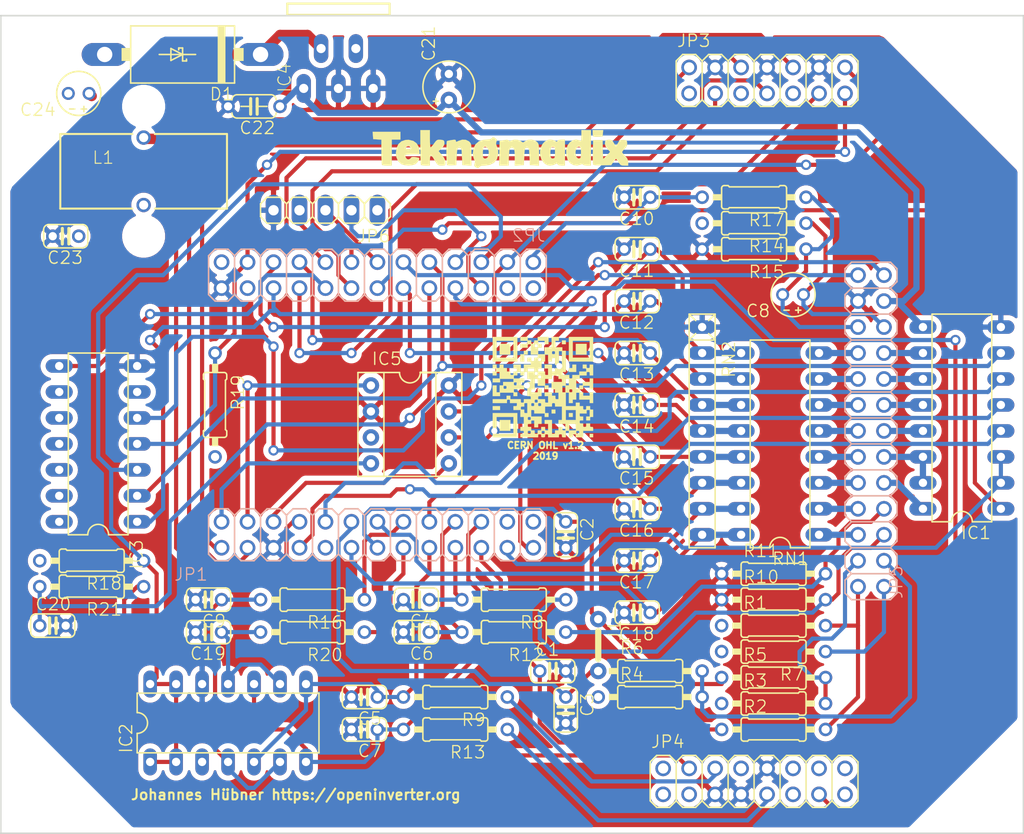
<source format=kicad_pcb>
(kicad_pcb (version 20171130) (host pcbnew "(5.1.2-1)-1")
  (layers (0 Top signal) (1 VCC power) (2 GND power) (31 Bottom signal) (34 B.Paste user) (35 F.Paste user) (36 B.SilkS user) (37 F.SilkS user) (38 B.Mask user) (39 F.Mask user) (44 Edge.Cuts user))
  (net 0 "")
  (net 1 GND)
  (net 2 VCC)
  (net 3 PA11/CANRX)
  (net 4 PA12/CANTX)
  (net 5 PA9/USART1_TX/TIM1_CH2)
  (net 6 PA8/TIM1_CH1)
  (net 7 PA0/ADC0)
  (net 8 PB1/ADC9)
  (net 9 PB5)
  (net 10 PB10/USART3_TX)
  (net 11 PB11/USART3_RX)
  (net 12 PB12/TIM1_BKIN)
  (net 13 TIM1_CH1N)
  (net 14 TIM1_CH2N)
  (net 15 TIM1_CH3N)
  (net 16 PC0/ADC10)
  (net 17 PC2/ADC12)
  (net 18 PC3/ADC13)
  (net 19 PC4/ADC14)
  (net 20 PC5/ADC15)
  (net 21 PC6)
  (net 22 PC7)
  (net 23 PC8)
  (net 24 PC9)
  (net 25 PC10)
  (net 26 PC11)
  (net 27 PC12)
  (net 28 PC13)
  (net 29 PD2/TIM3_ETR)
  (net 30 3.3V_OUT)
  (net 31 VBAT)
  (net 32 RST)
  (net 33 VDDA)
  (net 34 GNDA)
  (net 35 3.3V_IN)
  (net 36 5V_USB)
  (net 37 PC1/ADC11)
  (net 38 PA10/USART1_RX/TIM1_CH3)
  (net 39 N$3)
  (net 40 N$5)
  (net 41 SIG_START)
  (net 42 SIG_REVERSE)
  (net 43 SIG_FORWARD)
  (net 44 SIG_EMCYSTOP)
  (net 45 OUT_DCSW)
  (net 46 OUT_ERR)
  (net 47 OUT_OVTMP)
  (net 48 OUT_TEMP)
  (net 49 SIG_BMS)
  (net 50 OUT_PRE)
  (net 51 SIG_MPROT)
  (net 52 PA1/TIM2_CH2)
  (net 53 UDC)
  (net 54 U_L1)
  (net 55 U_L3)
  (net 56 U_L2)
  (net 57 N$13)
  (net 58 SIG_BRAKE)
  (net 59 N$16)
  (net 60 PA5/ADC5)
  (net 61 PB6/TIM4_CH1)
  (net 62 PB7/TIM4_CH2)
  (net 63 PB8/TIM4_CH3)
  (net 64 PB9/TIM4_CH4)
  (net 65 PA4/ADC4)
  (net 66 PA2/ADC2)
  (net 67 PA3/ADC3)
  (net 68 N$10)
  (net 69 N$15)
  (net 70 12V)
  (net 71 N$14)
  (net 72 X)
  (net 73 Y)
  (net 74 I_L2)
  (net 75 I_L1)
  (net 76 CANL)
  (net 77 CANH)
  (net 78 SIG_CRUISE)
  (net 79 N$8)
  (net 80 N$11)
  (net 81 OUT_BRAKE)
  (net 82 PB0/ADC8)
  (net 83 PA6/TIM3_CH1)
  (net 84 PA7/TIM3_CH2)
  (module "Teknomadix Logo:Teknomadix_footprint" (layer Top) (at 147.32 78.74)
    (fp_text reference G*** hide)
    (fp_text value LOGO hide)
  )
  (module "Teknomadix Logo:OHL_small" (layer Top) (at 151.511 101.346)
    (fp_text reference G*** hide)
    (fp_text value LOGO hide)
  )
  (module "" (layer Top) (at 101.6761 68.1686)
    (fp_text reference @HOLE0 hide)
    (fp_text value "" (at 0 0) (layer F.SilkS) (effects (font (size 1.27 1.27))))
    (pad "" np_thru_hole circle (at 0 0) (size 3.2 3.2) (drill 3.2) (layers *.Cu *.Mask))
  )
  (module "" (layer Top) (at 101.6761 141.8286)
    (fp_text reference @HOLE1 hide)
    (fp_text value "" (at 0 0) (layer F.SilkS) (effects (font (size 1.27 1.27))))
    (pad "" np_thru_hole circle (at 0 0) (size 3.2 3.2) (drill 3.2) (layers *.Cu *.Mask))
  )
  (module "" (layer Top) (at 195.6561 141.8286)
    (fp_text reference @HOLE2 hide)
    (fp_text value "" (at 0 0) (layer F.SilkS) (effects (font (size 1.27 1.27))))
    (pad "" np_thru_hole circle (at 0 0) (size 3.2 3.2) (drill 3.2) (layers *.Cu *.Mask))
  )
  (module "" (layer Top) (at 195.6561 68.1686)
    (fp_text reference @HOLE3 hide)
    (fp_text value "" (at 0 0) (layer F.SilkS) (effects (font (size 1.27 1.27))))
    (pad "" np_thru_hole circle (at 0 0) (size 3.2 3.2) (drill 3.2) (layers *.Cu *.Mask))
  )
  (module "" (layer Top) (at 112.4711 73.8836)
    (fp_text reference @HOLE4 hide)
    (fp_text value "" (at 0 0) (layer F.SilkS) (effects (font (size 1.27 1.27))))
    (pad "" np_thru_hole circle (at 0 0) (size 3.2 3.2) (drill 3.2) (layers *.Cu *.Mask))
  )
  (module "" (layer Top) (at 112.4711 86.5836)
    (fp_text reference @HOLE5 hide)
    (fp_text value "" (at 0 0) (layer F.SilkS) (effects (font (size 1.27 1.27))))
    (pad "" np_thru_hole circle (at 0 0) (size 3.2 3.2) (drill 3.2) (layers *.Cu *.Mask))
  )
  (module 2X13 (layer Bottom) (at 135.3311 115.7936)
    (fp_text reference JP1 (at -16.51 3.175) (layer B.SilkS) (effects (font (size 1.2065 1.2065) (thickness 0.12065)) (justify right top)))
    (fp_text value "")
    (pad 26 thru_hole circle (at 15.24 1.27) (size 1.524 1.524) (drill 1.016) (layers *.Cu *.Mask) (net 8 PB1/ADC9))
    (pad 25 thru_hole circle (at 15.24 -1.27) (size 1.524 1.524) (drill 1.016) (layers *.Cu *.Mask) (net 32 RST))
    (pad 24 thru_hole circle (at 12.7 1.27) (size 1.524 1.524) (drill 1.016) (layers *.Cu *.Mask) (net 28 PC13))
    (pad 23 thru_hole circle (at 12.7 -1.27) (size 1.524 1.524) (drill 1.016) (layers *.Cu *.Mask) (net 31 VBAT))
    (pad 22 thru_hole circle (at 10.16 1.27) (size 1.524 1.524) (drill 1.016) (layers *.Cu *.Mask) (net 84 PA7/TIM3_CH2))
    (pad 21 thru_hole circle (at 10.16 -1.27) (size 1.524 1.524) (drill 1.016) (layers *.Cu *.Mask) (net 82 PB0/ADC8))
    (pad 20 thru_hole circle (at 7.62 1.27) (size 1.524 1.524) (drill 1.016) (layers *.Cu *.Mask) (net 37 PC1/ADC11))
    (pad 19 thru_hole circle (at 7.62 -1.27) (size 1.524 1.524) (drill 1.016) (layers *.Cu *.Mask) (net 16 PC0/ADC10))
    (pad 18 thru_hole circle (at 5.08 1.27) (size 1.524 1.524) (drill 1.016) (layers *.Cu *.Mask) (net 60 PA5/ADC5))
    (pad 17 thru_hole circle (at 5.08 -1.27) (size 1.524 1.524) (drill 1.016) (layers *.Cu *.Mask) (net 64 PB9/TIM4_CH4))
    (pad 16 thru_hole circle (at 2.54 1.27) (size 1.524 1.524) (drill 1.016) (layers *.Cu *.Mask) (net 63 PB8/TIM4_CH3))
    (pad 15 thru_hole circle (at 2.54 -1.27) (size 1.524 1.524) (drill 1.016) (layers *.Cu *.Mask) (net 62 PB7/TIM4_CH2))
    (pad 14 thru_hole circle (at 0 1.27) (size 1.524 1.524) (drill 1.016) (layers *.Cu *.Mask) (net 83 PA6/TIM3_CH1))
    (pad 13 thru_hole circle (at 0 -1.27) (size 1.524 1.524) (drill 1.016) (layers *.Cu *.Mask) (net 61 PB6/TIM4_CH1))
    (pad 12 thru_hole circle (at -2.54 1.27) (size 1.524 1.524) (drill 1.016) (layers *.Cu *.Mask) (net 9 PB5))
    (pad 11 thru_hole circle (at -2.54 -1.27) (size 1.524 1.524) (drill 1.016) (layers *.Cu *.Mask) (net 29 PD2/TIM3_ETR))
    (pad 10 thru_hole circle (at -5.08 1.27) (size 1.524 1.524) (drill 1.016) (layers *.Cu *.Mask) (net 27 PC12))
    (pad 9 thru_hole circle (at -5.08 -1.27) (size 1.524 1.524) (drill 1.016) (layers *.Cu *.Mask) (net 26 PC11))
    (pad 8 thru_hole circle (at -7.62 1.27) (size 1.524 1.524) (drill 1.016) (layers *.Cu *.Mask) (net 25 PC10))
    (pad 7 thru_hole circle (at -7.62 -1.27) (size 1.524 1.524) (drill 1.016) (layers *.Cu *.Mask) (net 38 PA10/USART1_RX/TIM1_CH3))
    (pad 6 thru_hole circle (at -10.16 1.27) (size 1.524 1.524) (drill 1.016) (layers *.Cu *.Mask) (net 1 GND))
    (pad 5 thru_hole circle (at -10.16 -1.27) (size 1.524 1.524) (drill 1.016) (layers *.Cu *.Mask) (net 30 3.3V_OUT))
    (pad 4 thru_hole circle (at -12.7 1.27) (size 1.524 1.524) (drill 1.016) (layers *.Cu *.Mask) (net 5 PA9/USART1_TX/TIM1_CH2))
    (pad 3 thru_hole circle (at -12.7 -1.27) (size 1.524 1.524) (drill 1.016) (layers *.Cu *.Mask) (net 4 PA12/CANTX))
    (pad 2 thru_hole circle (at -15.24 1.27) (size 1.524 1.524) (drill 1.016) (layers *.Cu *.Mask) (net 6 PA8/TIM1_CH1))
    (pad 1 thru_hole circle (at -15.24 -1.27) (size 1.524 1.524) (drill 1.016) (layers *.Cu *.Mask) (net 3 PA11/CANRX))
  )
  (module 2X13 (layer Bottom) (at 135.3311 90.3936 180)
    (fp_text reference JP2 (at -16.51 3.175) (layer B.SilkS) (effects (font (size 1.2065 1.2065) (thickness 0.12065)) (justify left bottom mirror)))
    (fp_text value "")
    (pad 26 thru_hole circle (at 15.24 1.27 180) (size 1.524 1.524) (drill 1.016) (layers *.Cu *.Mask) (net 2 VCC))
    (pad 25 thru_hole circle (at 15.24 -1.27 180) (size 1.524 1.524) (drill 1.016) (layers *.Cu *.Mask) (net 1 GND))
    (pad 24 thru_hole circle (at 12.7 1.27 180) (size 1.524 1.524) (drill 1.016) (layers *.Cu *.Mask) (net 24 PC9))
    (pad 23 thru_hole circle (at 12.7 -1.27 180) (size 1.524 1.524) (drill 1.016) (layers *.Cu *.Mask) (net 36 5V_USB))
    (pad 22 thru_hole circle (at 10.16 1.27 180) (size 1.524 1.524) (drill 1.016) (layers *.Cu *.Mask) (net 23 PC8))
    (pad 21 thru_hole circle (at 10.16 -1.27 180) (size 1.524 1.524) (drill 1.016) (layers *.Cu *.Mask) (net 22 PC7))
    (pad 20 thru_hole circle (at 7.62 1.27 180) (size 1.524 1.524) (drill 1.016) (layers *.Cu *.Mask) (net 21 PC6))
    (pad 19 thru_hole circle (at 7.62 -1.27 180) (size 1.524 1.524) (drill 1.016) (layers *.Cu *.Mask) (net 15 TIM1_CH3N))
    (pad 18 thru_hole circle (at 5.08 1.27 180) (size 1.524 1.524) (drill 1.016) (layers *.Cu *.Mask) (net 14 TIM1_CH2N))
    (pad 17 thru_hole circle (at 5.08 -1.27 180) (size 1.524 1.524) (drill 1.016) (layers *.Cu *.Mask) (net 12 PB12/TIM1_BKIN))
    (pad 16 thru_hole circle (at 2.54 1.27 180) (size 1.524 1.524) (drill 1.016) (layers *.Cu *.Mask) (net 13 TIM1_CH1N))
    (pad 15 thru_hole circle (at 2.54 -1.27 180) (size 1.524 1.524) (drill 1.016) (layers *.Cu *.Mask) (net 11 PB11/USART3_RX))
    (pad 14 thru_hole circle (at 0 1.27 180) (size 1.524 1.524) (drill 1.016) (layers *.Cu *.Mask) (net 10 PB10/USART3_TX))
    (pad 13 thru_hole circle (at 0 -1.27 180) (size 1.524 1.524) (drill 1.016) (layers *.Cu *.Mask) (net 20 PC5/ADC15))
    (pad 12 thru_hole circle (at -2.54 1.27 180) (size 1.524 1.524) (drill 1.016) (layers *.Cu *.Mask) (net 19 PC4/ADC14))
    (pad 11 thru_hole circle (at -2.54 -1.27 180) (size 1.524 1.524) (drill 1.016) (layers *.Cu *.Mask) (net 65 PA4/ADC4))
    (pad 10 thru_hole circle (at -5.08 1.27 180) (size 1.524 1.524) (drill 1.016) (layers *.Cu *.Mask) (net 67 PA3/ADC3))
    (pad 9 thru_hole circle (at -5.08 -1.27 180) (size 1.524 1.524) (drill 1.016) (layers *.Cu *.Mask) (net 18 PC3/ADC13))
    (pad 8 thru_hole circle (at -7.62 1.27 180) (size 1.524 1.524) (drill 1.016) (layers *.Cu *.Mask) (net 52 PA1/TIM2_CH2))
    (pad 7 thru_hole circle (at -7.62 -1.27 180) (size 1.524 1.524) (drill 1.016) (layers *.Cu *.Mask) (net 66 PA2/ADC2))
    (pad 6 thru_hole circle (at -10.16 1.27 180) (size 1.524 1.524) (drill 1.016) (layers *.Cu *.Mask) (net 1 GND))
    (pad 5 thru_hole circle (at -10.16 -1.27 180) (size 1.524 1.524) (drill 1.016) (layers *.Cu *.Mask) (net 35 3.3V_IN))
    (pad 4 thru_hole circle (at -12.7 1.27 180) (size 1.524 1.524) (drill 1.016) (layers *.Cu *.Mask) (net 7 PA0/ADC0))
    (pad 3 thru_hole circle (at -12.7 -1.27 180) (size 1.524 1.524) (drill 1.016) (layers *.Cu *.Mask) (net 34 GNDA))
    (pad 2 thru_hole circle (at -15.24 1.27 180) (size 1.524 1.524) (drill 1.016) (layers *.Cu *.Mask) (net 17 PC2/ADC12))
    (pad 1 thru_hole circle (at -15.24 -1.27 180) (size 1.524 1.524) (drill 1.016) (layers *.Cu *.Mask) (net 33 VDDA))
  )
  (module 2X07 (layer Top) (at 173.4311 71.3436)
    (fp_text reference JP3 (at -8.89 -3.175) (layer F.SilkS) (effects (font (size 1.2065 1.2065) (thickness 0.127)) (justify left bottom)))
    (fp_text value "")
    (pad 14 thru_hole circle (at 7.62 -1.27) (size 1.524 1.524) (drill 1.016) (layers *.Cu *.Mask) (net 7 PA0/ADC0))
    (pad 13 thru_hole circle (at 7.62 1.27) (size 1.524 1.524) (drill 1.016) (layers *.Cu *.Mask) (net 24 PC9))
    (pad 12 thru_hole circle (at 5.08 -1.27) (size 1.524 1.524) (drill 1.016) (layers *.Cu *.Mask) (net 1 GND))
    (pad 11 thru_hole circle (at 5.08 1.27) (size 1.524 1.524) (drill 1.016) (layers *.Cu *.Mask) (net 15 TIM1_CH3N))
    (pad 10 thru_hole circle (at 2.54 -1.27) (size 1.524 1.524) (drill 1.016) (layers *.Cu *.Mask) (net 38 PA10/USART1_RX/TIM1_CH3))
    (pad 9 thru_hole circle (at 2.54 1.27) (size 1.524 1.524) (drill 1.016) (layers *.Cu *.Mask) (net 2 VCC))
    (pad 8 thru_hole circle (at 0 -1.27) (size 1.524 1.524) (drill 1.016) (layers *.Cu *.Mask) (net 1 GND))
    (pad 7 thru_hole circle (at 0 1.27) (size 1.524 1.524) (drill 1.016) (layers *.Cu *.Mask) (net 14 TIM1_CH2N))
    (pad 6 thru_hole circle (at -2.54 -1.27) (size 1.524 1.524) (drill 1.016) (layers *.Cu *.Mask) (net 5 PA9/USART1_TX/TIM1_CH2))
    (pad 5 thru_hole circle (at -2.54 1.27) (size 1.524 1.524) (drill 1.016) (layers *.Cu *.Mask) (net 2 VCC))
    (pad 4 thru_hole circle (at -5.08 -1.27) (size 1.524 1.524) (drill 1.016) (layers *.Cu *.Mask) (net 1 GND))
    (pad 3 thru_hole circle (at -5.08 1.27) (size 1.524 1.524) (drill 1.016) (layers *.Cu *.Mask) (net 13 TIM1_CH1N))
    (pad 2 thru_hole circle (at -7.62 -1.27) (size 1.524 1.524) (drill 1.016) (layers *.Cu *.Mask) (net 6 PA8/TIM1_CH1))
    (pad 1 thru_hole circle (at -7.62 1.27) (size 1.524 1.524) (drill 1.016) (layers *.Cu *.Mask) (net 2 VCC))
  )
  (module 0207_10 (layer Top) (at 174.0661 127.2236 180)
    (fp_text reference R7 (at -3.048 -1.524) (layer F.SilkS) (effects (font (size 1.2065 1.2065) (thickness 0.12065)) (justify right top)))
    (fp_text value 120R hide)
    (pad 2 thru_hole circle (at 5.08 0 180) (size 1.3208 1.3208) (drill 0.8128) (layers *.Cu *.Mask) (net 2 VCC))
    (pad 1 thru_hole circle (at -5.08 0 180) (size 1.3208 1.3208) (drill 0.8128) (layers *.Cu *.Mask) (net 39 N$3))
  )
  (module 0207_10 (layer Top) (at 174.0661 129.7636)
    (fp_text reference R5 (at -3.048 -1.524) (layer F.SilkS) (effects (font (size 1.2065 1.2065) (thickness 0.12065)) (justify left bottom)))
    (fp_text value 10k hide)
    (pad 2 thru_hole circle (at 5.08 0) (size 1.3208 1.3208) (drill 0.8128) (layers *.Cu *.Mask) (net 40 N$5))
    (pad 1 thru_hole circle (at -5.08 0) (size 1.3208 1.3208) (drill 0.8128) (layers *.Cu *.Mask) (net 83 PA6/TIM3_CH1))
  )
  (module C025-024X044 (layer Top) (at 153.7461 115.7936 270)
    (fp_text reference C2 (at -1.778 -1.397 90) (layer F.SilkS) (effects (font (size 1.2065 1.2065) (thickness 0.12065)) (justify right top)))
    (fp_text value 1nF hide)
    (pad 2 thru_hole circle (at 1.27 0 270) (size 1.3208 1.3208) (drill 0.8128) (layers *.Cu *.Mask) (net 1 GND))
    (pad 1 thru_hole circle (at -1.27 0 270) (size 1.3208 1.3208) (drill 0.8128) (layers *.Cu *.Mask) (net 83 PA6/TIM3_CH1))
  )
  (module 2X13 (layer Bottom) (at 183.5911 105.6336 90)
    (fp_text reference JP5 (at -16.51 3.175 90) (layer B.SilkS) (effects (font (size 1.2065 1.2065) (thickness 0.12065)) (justify left bottom)))
    (fp_text value "")
    (pad 26 thru_hole circle (at 15.24 1.27 90) (size 1.524 1.524) (drill 1.016) (layers *.Cu *.Mask) (net 77 CANH))
    (pad 25 thru_hole circle (at 15.24 -1.27 90) (size 1.524 1.524) (drill 1.016) (layers *.Cu *.Mask) (net 76 CANL))
    (pad 24 thru_hole circle (at 12.7 1.27 90) (size 1.524 1.524) (drill 1.016) (layers *.Cu *.Mask) (net 70 12V))
    (pad 23 thru_hole circle (at 12.7 -1.27 90) (size 1.524 1.524) (drill 1.016) (layers *.Cu *.Mask) (net 1 GND))
    (pad 22 thru_hole circle (at 10.16 1.27 90) (size 1.524 1.524) (drill 1.016) (layers *.Cu *.Mask) (net 57 N$13))
    (pad 21 thru_hole circle (at 10.16 -1.27 90) (size 1.524 1.524) (drill 1.016) (layers *.Cu *.Mask) (net 59 N$16))
    (pad 20 thru_hole circle (at 7.62 1.27 90) (size 1.524 1.524) (drill 1.016) (layers *.Cu *.Mask) (net 50 OUT_PRE))
    (pad 19 thru_hole circle (at 7.62 -1.27 90) (size 1.524 1.524) (drill 1.016) (layers *.Cu *.Mask) (net 49 SIG_BMS))
    (pad 18 thru_hole circle (at 5.08 1.27 90) (size 1.524 1.524) (drill 1.016) (layers *.Cu *.Mask) (net 48 OUT_TEMP))
    (pad 17 thru_hole circle (at 5.08 -1.27 90) (size 1.524 1.524) (drill 1.016) (layers *.Cu *.Mask) (net 44 SIG_EMCYSTOP))
    (pad 16 thru_hole circle (at 2.54 1.27 90) (size 1.524 1.524) (drill 1.016) (layers *.Cu *.Mask) (net 47 OUT_OVTMP))
    (pad 15 thru_hole circle (at 2.54 -1.27 90) (size 1.524 1.524) (drill 1.016) (layers *.Cu *.Mask) (net 42 SIG_REVERSE))
    (pad 14 thru_hole circle (at 0 1.27 90) (size 1.524 1.524) (drill 1.016) (layers *.Cu *.Mask) (net 46 OUT_ERR))
    (pad 13 thru_hole circle (at 0 -1.27 90) (size 1.524 1.524) (drill 1.016) (layers *.Cu *.Mask) (net 43 SIG_FORWARD))
    (pad 12 thru_hole circle (at -2.54 1.27 90) (size 1.524 1.524) (drill 1.016) (layers *.Cu *.Mask) (net 45 OUT_DCSW))
    (pad 11 thru_hole circle (at -2.54 -1.27 90) (size 1.524 1.524) (drill 1.016) (layers *.Cu *.Mask) (net 51 SIG_MPROT))
    (pad 10 thru_hole circle (at -5.08 1.27 90) (size 1.524 1.524) (drill 1.016) (layers *.Cu *.Mask) (net 81 OUT_BRAKE))
    (pad 9 thru_hole circle (at -5.08 -1.27 90) (size 1.524 1.524) (drill 1.016) (layers *.Cu *.Mask) (net 58 SIG_BRAKE))
    (pad 8 thru_hole circle (at -7.62 1.27 90) (size 1.524 1.524) (drill 1.016) (layers *.Cu *.Mask) (net 73 Y))
    (pad 7 thru_hole circle (at -7.62 -1.27 90) (size 1.524 1.524) (drill 1.016) (layers *.Cu *.Mask) (net 41 SIG_START))
    (pad 6 thru_hole circle (at -10.16 1.27 90) (size 1.524 1.524) (drill 1.016) (layers *.Cu *.Mask) (net 72 X))
    (pad 5 thru_hole circle (at -10.16 -1.27 90) (size 1.524 1.524) (drill 1.016) (layers *.Cu *.Mask) (net 78 SIG_CRUISE))
    (pad 4 thru_hole circle (at -12.7 1.27 90) (size 1.524 1.524) (drill 1.016) (layers *.Cu *.Mask) (net 80 N$11))
    (pad 3 thru_hole circle (at -12.7 -1.27 90) (size 1.524 1.524) (drill 1.016) (layers *.Cu *.Mask) (net 40 N$5))
    (pad 2 thru_hole circle (at -15.24 1.27 90) (size 1.524 1.524) (drill 1.016) (layers *.Cu *.Mask) (net 39 N$3))
    (pad 1 thru_hole circle (at -15.24 -1.27 90) (size 1.524 1.524) (drill 1.016) (layers *.Cu *.Mask) (net 79 N$8))
  )
  (module DIL16 (layer Top) (at 174.7011 106.9036 90)
    (fp_text reference RN1 (at -10.541 2.921) (layer F.SilkS) (effects (font (size 1.2065 1.2065) (thickness 0.12065)) (justify right top)))
    (fp_text value 4.7k)
    (pad 16 thru_hole oval (at -8.89 -3.81 180) (size 2.6416 1.3208) (drill 0.8128) (layers *.Cu *.Mask) (net 9 PB5))
    (pad 15 thru_hole oval (at -6.35 -3.81 180) (size 2.6416 1.3208) (drill 0.8128) (layers *.Cu *.Mask) (net 61 PB6/TIM4_CH1))
    (pad 14 thru_hole oval (at -3.81 -3.81 180) (size 2.6416 1.3208) (drill 0.8128) (layers *.Cu *.Mask) (net 66 PA2/ADC2))
    (pad 13 thru_hole oval (at -1.27 -3.81 180) (size 2.6416 1.3208) (drill 0.8128) (layers *.Cu *.Mask) (net 67 PA3/ADC3))
    (pad 12 thru_hole oval (at 1.27 -3.81 180) (size 2.6416 1.3208) (drill 0.8128) (layers *.Cu *.Mask) (net 65 PA4/ADC4))
    (pad 11 thru_hole oval (at 3.81 -3.81 180) (size 2.6416 1.3208) (drill 0.8128) (layers *.Cu *.Mask) (net 21 PC6))
    (pad 10 thru_hole oval (at 6.35 -3.81 180) (size 2.6416 1.3208) (drill 0.8128) (layers *.Cu *.Mask) (net 22 PC7))
    (pad 9 thru_hole oval (at 8.89 -3.81 180) (size 2.6416 1.3208) (drill 0.8128) (layers *.Cu *.Mask) (net 23 PC8))
    (pad 5 thru_hole oval (at 1.27 3.81 180) (size 2.6416 1.3208) (drill 0.8128) (layers *.Cu *.Mask) (net 43 SIG_FORWARD))
    (pad 6 thru_hole oval (at 3.81 3.81 180) (size 2.6416 1.3208) (drill 0.8128) (layers *.Cu *.Mask) (net 42 SIG_REVERSE))
    (pad 4 thru_hole oval (at -1.27 3.81 180) (size 2.6416 1.3208) (drill 0.8128) (layers *.Cu *.Mask) (net 51 SIG_MPROT))
    (pad 3 thru_hole oval (at -3.81 3.81 180) (size 2.6416 1.3208) (drill 0.8128) (layers *.Cu *.Mask) (net 58 SIG_BRAKE))
    (pad 8 thru_hole oval (at 8.89 3.81 180) (size 2.6416 1.3208) (drill 0.8128) (layers *.Cu *.Mask) (net 49 SIG_BMS))
    (pad 7 thru_hole oval (at 6.35 3.81 180) (size 2.6416 1.3208) (drill 0.8128) (layers *.Cu *.Mask) (net 44 SIG_EMCYSTOP))
    (pad 2 thru_hole oval (at -6.35 3.81 180) (size 2.6416 1.3208) (drill 0.8128) (layers *.Cu *.Mask) (net 41 SIG_START))
    (pad 1 thru_hole oval (at -8.89 3.81 180) (size 2.6416 1.3208) (drill 0.8128) (layers *.Cu *.Mask) (net 78 SIG_CRUISE))
  )
  (module C025-024X044 (layer Top) (at 160.7311 87.8536 180)
    (fp_text reference C11 (at -1.778 -1.397 180) (layer F.SilkS) (effects (font (size 1.2065 1.2065) (thickness 0.127)) (justify right top)))
    (fp_text value 1µ)
    (pad 2 thru_hole circle (at 1.27 0 180) (size 1.3208 1.3208) (drill 0.8128) (layers *.Cu *.Mask) (net 1 GND))
    (pad 1 thru_hole circle (at -1.27 0 180) (size 1.3208 1.3208) (drill 0.8128) (layers *.Cu *.Mask) (net 23 PC8))
  )
  (module C025-024X044 (layer Top) (at 160.7311 92.9336 180)
    (fp_text reference C12 (at -1.778 -1.397 180) (layer F.SilkS) (effects (font (size 1.2065 1.2065) (thickness 0.127)) (justify right top)))
    (fp_text value 1µ)
    (pad 2 thru_hole circle (at 1.27 0 180) (size 1.3208 1.3208) (drill 0.8128) (layers *.Cu *.Mask) (net 1 GND))
    (pad 1 thru_hole circle (at -1.27 0 180) (size 1.3208 1.3208) (drill 0.8128) (layers *.Cu *.Mask) (net 22 PC7))
  )
  (module C025-024X044 (layer Top) (at 160.7311 98.0136 180)
    (fp_text reference C13 (at -1.778 -1.397 180) (layer F.SilkS) (effects (font (size 1.2065 1.2065) (thickness 0.127)) (justify right top)))
    (fp_text value 1µ)
    (pad 2 thru_hole circle (at 1.27 0 180) (size 1.3208 1.3208) (drill 0.8128) (layers *.Cu *.Mask) (net 1 GND))
    (pad 1 thru_hole circle (at -1.27 0 180) (size 1.3208 1.3208) (drill 0.8128) (layers *.Cu *.Mask) (net 21 PC6))
  )
  (module C025-024X044 (layer Top) (at 160.7311 103.0936 180)
    (fp_text reference C14 (at -1.778 -1.397 180) (layer F.SilkS) (effects (font (size 1.2065 1.2065) (thickness 0.127)) (justify right top)))
    (fp_text value 1µ)
    (pad 2 thru_hole circle (at 1.27 0 180) (size 1.3208 1.3208) (drill 0.8128) (layers *.Cu *.Mask) (net 1 GND))
    (pad 1 thru_hole circle (at -1.27 0 180) (size 1.3208 1.3208) (drill 0.8128) (layers *.Cu *.Mask) (net 65 PA4/ADC4))
  )
  (module C025-024X044 (layer Top) (at 160.7311 108.1736 180)
    (fp_text reference C15 (at -1.778 -1.397 180) (layer F.SilkS) (effects (font (size 1.2065 1.2065) (thickness 0.127)) (justify right top)))
    (fp_text value 1µ)
    (pad 2 thru_hole circle (at 1.27 0 180) (size 1.3208 1.3208) (drill 0.8128) (layers *.Cu *.Mask) (net 1 GND))
    (pad 1 thru_hole circle (at -1.27 0 180) (size 1.3208 1.3208) (drill 0.8128) (layers *.Cu *.Mask) (net 67 PA3/ADC3))
  )
  (module C025-024X044 (layer Top) (at 160.7311 113.2536 180)
    (fp_text reference C16 (at -1.778 -1.397 180) (layer F.SilkS) (effects (font (size 1.2065 1.2065) (thickness 0.127)) (justify right top)))
    (fp_text value 1µ)
    (pad 2 thru_hole circle (at 1.27 0 180) (size 1.3208 1.3208) (drill 0.8128) (layers *.Cu *.Mask) (net 1 GND))
    (pad 1 thru_hole circle (at -1.27 0 180) (size 1.3208 1.3208) (drill 0.8128) (layers *.Cu *.Mask) (net 66 PA2/ADC2))
  )
  (module C025-024X044 (layer Top) (at 160.7311 118.3336 180)
    (fp_text reference C17 (at -1.778 -1.397 180) (layer F.SilkS) (effects (font (size 1.2065 1.2065) (thickness 0.127)) (justify right top)))
    (fp_text value 1µ)
    (pad 2 thru_hole circle (at 1.27 0 180) (size 1.3208 1.3208) (drill 0.8128) (layers *.Cu *.Mask) (net 1 GND))
    (pad 1 thru_hole circle (at -1.27 0 180) (size 1.3208 1.3208) (drill 0.8128) (layers *.Cu *.Mask) (net 61 PB6/TIM4_CH1))
  )
  (module C025-024X044 (layer Top) (at 160.7311 123.4136 180)
    (fp_text reference C18 (at -1.778 -1.397 180) (layer F.SilkS) (effects (font (size 1.2065 1.2065) (thickness 0.127)) (justify right top)))
    (fp_text value 1µ)
    (pad 2 thru_hole circle (at 1.27 0 180) (size 1.3208 1.3208) (drill 0.8128) (layers *.Cu *.Mask) (net 1 GND))
    (pad 1 thru_hole circle (at -1.27 0 180) (size 1.3208 1.3208) (drill 0.8128) (layers *.Cu *.Mask) (net 9 PB5))
  )
  (module DIL14 (layer Top) (at 120.7261 134.2086)
    (fp_text reference IC2 (at -9.271 3.048 90) (layer F.SilkS) (effects (font (size 1.2065 1.2065) (thickness 0.127)) (justify left bottom)))
    (fp_text value LM2901)
    (pad 14 thru_hole oval (at -7.62 -3.81 90) (size 2.6416 1.3208) (drill 0.8128) (layers *.Cu *.Mask) (net 52 PA1/TIM2_CH2))
    (pad 13 thru_hole oval (at -5.08 -3.81 90) (size 2.6416 1.3208) (drill 0.8128) (layers *.Cu *.Mask) (net 52 PA1/TIM2_CH2))
    (pad 12 thru_hole oval (at -2.54 -3.81 90) (size 2.6416 1.3208) (drill 0.8128) (layers *.Cu *.Mask) (net 1 GND))
    (pad 11 thru_hole oval (at 0 -3.81 90) (size 2.6416 1.3208) (drill 0.8128) (layers *.Cu *.Mask) (net 68 N$10))
    (pad 10 thru_hole oval (at 2.54 -3.81 90) (size 2.6416 1.3208) (drill 0.8128) (layers *.Cu *.Mask) (net 82 PB0/ADC8))
    (pad 9 thru_hole oval (at 5.08 -3.81 90) (size 2.6416 1.3208) (drill 0.8128) (layers *.Cu *.Mask) (net 68 N$10))
    (pad 5 thru_hole oval (at 2.54 3.81 90) (size 2.6416 1.3208) (drill 0.8128) (layers *.Cu *.Mask) (net 60 PA5/ADC5))
    (pad 6 thru_hole oval (at 5.08 3.81 90) (size 2.6416 1.3208) (drill 0.8128) (layers *.Cu *.Mask) (net 69 N$15))
    (pad 4 thru_hole oval (at 0 3.81 90) (size 2.6416 1.3208) (drill 0.8128) (layers *.Cu *.Mask) (net 69 N$15))
    (pad 3 thru_hole oval (at -2.54 3.81 90) (size 2.6416 1.3208) (drill 0.8128) (layers *.Cu *.Mask) (net 2 VCC))
    (pad 8 thru_hole oval (at 7.62 -3.81 90) (size 2.6416 1.3208) (drill 0.8128) (layers *.Cu *.Mask) (net 60 PA5/ADC5))
    (pad 7 thru_hole oval (at 7.62 3.81 90) (size 2.6416 1.3208) (drill 0.8128) (layers *.Cu *.Mask) (net 82 PB0/ADC8))
    (pad 2 thru_hole oval (at -5.08 3.81 90) (size 2.6416 1.3208) (drill 0.8128) (layers *.Cu *.Mask) (net 52 PA1/TIM2_CH2))
    (pad 1 thru_hole oval (at -7.62 3.81 90) (size 2.6416 1.3208) (drill 0.8128) (layers *.Cu *.Mask) (net 52 PA1/TIM2_CH2))
  )
  (module 2X08 (layer Top) (at 172.1611 139.9236)
    (fp_text reference JP4 (at -10.16 -3.175) (layer F.SilkS) (effects (font (size 1.2065 1.2065) (thickness 0.127)) (justify left bottom)))
    (fp_text value "")
    (pad 16 thru_hole circle (at 8.89 -1.27) (size 1.524 1.524) (drill 1.016) (layers *.Cu *.Mask))
    (pad 15 thru_hole circle (at 8.89 1.27) (size 1.524 1.524) (drill 1.016) (layers *.Cu *.Mask))
    (pad 14 thru_hole circle (at 6.35 -1.27) (size 1.524 1.524) (drill 1.016) (layers *.Cu *.Mask))
    (pad 13 thru_hole circle (at 6.35 1.27) (size 1.524 1.524) (drill 1.016) (layers *.Cu *.Mask) (net 19 PC4/ADC14))
    (pad 12 thru_hole circle (at 3.81 -1.27) (size 1.524 1.524) (drill 1.016) (layers *.Cu *.Mask) (net 2 VCC))
    (pad 11 thru_hole circle (at 3.81 1.27) (size 1.524 1.524) (drill 1.016) (layers *.Cu *.Mask) (net 2 VCC))
    (pad 10 thru_hole circle (at 1.27 -1.27) (size 1.524 1.524) (drill 1.016) (layers *.Cu *.Mask) (net 1 GND))
    (pad 9 thru_hole circle (at 1.27 1.27) (size 1.524 1.524) (drill 1.016) (layers *.Cu *.Mask) (net 74 I_L2))
    (pad 8 thru_hole circle (at -1.27 -1.27) (size 1.524 1.524) (drill 1.016) (layers *.Cu *.Mask) (net 2 VCC))
    (pad 7 thru_hole circle (at -1.27 1.27) (size 1.524 1.524) (drill 1.016) (layers *.Cu *.Mask) (net 1 GND))
    (pad 6 thru_hole circle (at -3.81 -1.27) (size 1.524 1.524) (drill 1.016) (layers *.Cu *.Mask) (net 75 I_L1))
    (pad 5 thru_hole circle (at -3.81 1.27) (size 1.524 1.524) (drill 1.016) (layers *.Cu *.Mask) (net 1 GND))
    (pad 4 thru_hole circle (at -6.35 -1.27) (size 1.524 1.524) (drill 1.016) (layers *.Cu *.Mask) (net 53 UDC))
    (pad 3 thru_hole circle (at -6.35 1.27) (size 1.524 1.524) (drill 1.016) (layers *.Cu *.Mask) (net 55 U_L3))
    (pad 2 thru_hole circle (at -8.89 -1.27) (size 1.524 1.524) (drill 1.016) (layers *.Cu *.Mask) (net 56 U_L2))
    (pad 1 thru_hole circle (at -8.89 1.27) (size 1.524 1.524) (drill 1.016) (layers *.Cu *.Mask) (net 54 U_L1))
  )
  (module 0207_10 (layer Top) (at 172.1611 85.3136 180)
    (fp_text reference R14 (at -3.048 -1.524) (layer F.SilkS) (effects (font (size 1.2065 1.2065) (thickness 0.12065)) (justify right top)))
    (fp_text value 500R hide)
    (pad 2 thru_hole circle (at 5.08 0 180) (size 1.3208 1.3208) (drill 0.8128) (layers *.Cu *.Mask) (net 2 VCC))
    (pad 1 thru_hole circle (at -5.08 0 180) (size 1.3208 1.3208) (drill 0.8128) (layers *.Cu *.Mask) (net 57 N$13))
  )
  (module 0207_10 (layer Top) (at 172.1611 87.8536 180)
    (fp_text reference R15 (at -3.048 -1.524) (layer F.SilkS) (effects (font (size 1.2065 1.2065) (thickness 0.12065)) (justify right top)))
    (fp_text value 500R hide)
    (pad 2 thru_hole circle (at 5.08 0 180) (size 1.3208 1.3208) (drill 0.8128) (layers *.Cu *.Mask) (net 1 GND))
    (pad 1 thru_hole circle (at -5.08 0 180) (size 1.3208 1.3208) (drill 0.8128) (layers *.Cu *.Mask) (net 59 N$16))
  )
  (module E2-4 (layer Top) (at 175.9711 92.2986 180)
    (fp_text reference C8 (at 2.159 -0.889 180) (layer F.SilkS) (effects (font (size 1.2065 1.2065) (thickness 0.127)) (justify right top)))
    (fp_text value 10µ)
    (pad + thru_hole circle (at -1.016 0 180) (size 1.27 1.27) (drill 0.8128) (layers *.Cu *.Mask) (net 57 N$13))
    (pad - thru_hole circle (at 1.016 0 180) (size 1.27 1.27) (drill 0.8128) (layers *.Cu *.Mask) (net 59 N$16))
  )
  (module C025-024X044 (layer Top) (at 160.7311 82.7736 180)
    (fp_text reference C10 (at -1.778 -1.397 180) (layer F.SilkS) (effects (font (size 1.2065 1.2065) (thickness 0.127)) (justify right top)))
    (fp_text value 1µ)
    (pad 2 thru_hole circle (at 1.27 0 180) (size 1.3208 1.3208) (drill 0.8128) (layers *.Cu *.Mask) (net 1 GND))
    (pad 1 thru_hole circle (at -1.27 0 180) (size 1.3208 1.3208) (drill 0.8128) (layers *.Cu *.Mask) (net 17 PC2/ADC12))
  )
  (module 0207_10 (layer Top) (at 172.1611 82.7736 180)
    (fp_text reference R17 (at -3.048 -1.524) (layer F.SilkS) (effects (font (size 1.2065 1.2065) (thickness 0.12065)) (justify right top)))
    (fp_text value 10k hide)
    (pad 2 thru_hole circle (at 5.08 0 180) (size 1.3208 1.3208) (drill 0.8128) (layers *.Cu *.Mask) (net 17 PC2/ADC12))
    (pad 1 thru_hole circle (at -5.08 0 180) (size 1.3208 1.3208) (drill 0.8128) (layers *.Cu *.Mask) (net 59 N$16))
  )
  (module C025-024X044 (layer Top) (at 103.5811 124.6836)
    (fp_text reference C20 (at -1.778 -1.397) (layer F.SilkS) (effects (font (size 1.2065 1.2065) (thickness 0.127)) (justify left bottom)))
    (fp_text value 1µ)
    (pad 2 thru_hole circle (at 1.27 0) (size 1.3208 1.3208) (drill 0.8128) (layers *.Cu *.Mask) (net 1 GND))
    (pad 1 thru_hole circle (at -1.27 0) (size 1.3208 1.3208) (drill 0.8128) (layers *.Cu *.Mask) (net 18 PC3/ADC13))
  )
  (module 0207_10 (layer Top) (at 107.3911 120.8736 180)
    (fp_text reference R21 (at -3.048 -1.524) (layer F.SilkS) (effects (font (size 1.2065 1.2065) (thickness 0.12065)) (justify right top)))
    (fp_text value 10k hide)
    (pad 2 thru_hole circle (at 5.08 0 180) (size 1.3208 1.3208) (drill 0.8128) (layers *.Cu *.Mask) (net 18 PC3/ADC13))
    (pad 1 thru_hole circle (at -5.08 0 180) (size 1.3208 1.3208) (drill 0.8128) (layers *.Cu *.Mask) (net 53 UDC))
  )
  (module 0207_10 (layer Top) (at 128.9811 122.1436 180)
    (fp_text reference R16 (at -3.048 -1.524) (layer F.SilkS) (effects (font (size 1.2065 1.2065) (thickness 0.12065)) (justify right top)))
    (fp_text value 10k)
    (pad 2 thru_hole circle (at 5.08 0 180) (size 1.3208 1.3208) (drill 0.8128) (layers *.Cu *.Mask) (net 69 N$15))
    (pad 1 thru_hole circle (at -5.08 0 180) (size 1.3208 1.3208) (drill 0.8128) (layers *.Cu *.Mask) (net 62 PB7/TIM4_CH2))
  )
  (module C025-024X044 (layer Top) (at 118.8211 122.1436 180)
    (fp_text reference C9 (at -1.778 -1.397) (layer F.SilkS) (effects (font (size 1.2065 1.2065) (thickness 0.12065)) (justify right top)))
    (fp_text value 1µ)
    (pad 2 thru_hole circle (at 1.27 0 180) (size 1.3208 1.3208) (drill 0.8128) (layers *.Cu *.Mask) (net 1 GND))
    (pad 1 thru_hole circle (at -1.27 0 180) (size 1.3208 1.3208) (drill 0.8128) (layers *.Cu *.Mask) (net 69 N$15))
  )
  (module 0207_10 (layer Top) (at 128.9811 125.3186 180)
    (fp_text reference R20 (at -3.048 -1.524) (layer F.SilkS) (effects (font (size 1.2065 1.2065) (thickness 0.12065)) (justify right top)))
    (fp_text value 10k)
    (pad 2 thru_hole circle (at 5.08 0 180) (size 1.3208 1.3208) (drill 0.8128) (layers *.Cu *.Mask) (net 68 N$10))
    (pad 1 thru_hole circle (at -5.08 0 180) (size 1.3208 1.3208) (drill 0.8128) (layers *.Cu *.Mask) (net 63 PB8/TIM4_CH3))
  )
  (module C025-024X044 (layer Top) (at 118.8211 125.3186 180)
    (fp_text reference C19 (at -1.778 -1.397 180) (layer F.SilkS) (effects (font (size 1.2065 1.2065) (thickness 0.127)) (justify right top)))
    (fp_text value 1µ)
    (pad 2 thru_hole circle (at 1.27 0 180) (size 1.3208 1.3208) (drill 0.8128) (layers *.Cu *.Mask) (net 1 GND))
    (pad 1 thru_hole circle (at -1.27 0 180) (size 1.3208 1.3208) (drill 0.8128) (layers *.Cu *.Mask) (net 68 N$10))
  )
  (module 1X05 (layer Top) (at 130.2511 84.0436 180)
    (fp_text reference JP6 (at -6.4262 -1.8288 180) (layer F.SilkS) (effects (font (size 1.2065 1.2065) (thickness 0.127)) (justify right top)))
    (fp_text value "")
    (pad 5 thru_hole oval (at 5.08 0 270) (size 3.048 1.524) (drill 1.016) (layers *.Cu *.Mask) (net 1 GND))
    (pad 4 thru_hole oval (at 2.54 0 270) (size 3.048 1.524) (drill 1.016) (layers *.Cu *.Mask) (net 11 PB11/USART3_RX))
    (pad 3 thru_hole oval (at 0 0 270) (size 3.048 1.524) (drill 1.016) (layers *.Cu *.Mask) (net 10 PB10/USART3_TX))
    (pad 2 thru_hole oval (at -2.54 0 270) (size 3.048 1.524) (drill 1.016) (layers *.Cu *.Mask) (net 35 3.3V_IN))
    (pad 1 thru_hole oval (at -5.08 0 270) (size 3.048 1.524) (drill 1.016) (layers *.Cu *.Mask) (net 2 VCC))
  )
  (module 0207_10 (layer Top) (at 174.0661 122.1436)
    (fp_text reference R10 (at -3.048 -1.524) (layer F.SilkS) (effects (font (size 1.2065 1.2065) (thickness 0.12065)) (justify left bottom)))
    (fp_text value 10k hide)
    (pad 2 thru_hole circle (at 5.08 0) (size 1.3208 1.3208) (drill 0.8128) (layers *.Cu *.Mask) (net 72 X))
    (pad 1 thru_hole circle (at -5.08 0) (size 1.3208 1.3208) (drill 0.8128) (layers *.Cu *.Mask) (net 1 GND))
  )
  (module 0207_10 (layer Top) (at 174.0661 119.6036)
    (fp_text reference R11 (at -3.048 -1.524) (layer F.SilkS) (effects (font (size 1.2065 1.2065) (thickness 0.12065)) (justify left bottom)))
    (fp_text value 10k hide)
    (pad 2 thru_hole circle (at 5.08 0) (size 1.3208 1.3208) (drill 0.8128) (layers *.Cu *.Mask) (net 73 Y))
    (pad 1 thru_hole circle (at -5.08 0) (size 1.3208 1.3208) (drill 0.8128) (layers *.Cu *.Mask) (net 1 GND))
  )
  (module C025-024X044 (layer Top) (at 104.8511 86.5836 180)
    (fp_text reference C23 (at -1.778 -1.397 180) (layer F.SilkS) (effects (font (size 1.2065 1.2065) (thickness 0.127)) (justify right top)))
    (fp_text value 1µ)
    (pad 2 thru_hole circle (at 1.27 0 180) (size 1.3208 1.3208) (drill 0.8128) (layers *.Cu *.Mask) (net 1 GND))
    (pad 1 thru_hole circle (at -1.27 0 180) (size 1.3208 1.3208) (drill 0.8128) (layers *.Cu *.Mask) (net 2 VCC))
  )
  (module C050-024X044 (layer Top) (at 123.2661 73.8836 180)
    (fp_text reference C22 (at -2.159 -1.397 180) (layer F.SilkS) (effects (font (size 1.2065 1.2065) (thickness 0.127)) (justify right top)))
    (fp_text value 0.1µ)
    (pad 2 thru_hole circle (at 2.54 0 180) (size 1.3208 1.3208) (drill 0.8128) (layers *.Cu *.Mask) (net 1 GND))
    (pad 1 thru_hole circle (at -2.54 0 180) (size 1.3208 1.3208) (drill 0.8128) (layers *.Cu *.Mask) (net 70 12V))
  )
  (module E2-4 (layer Top) (at 106.1211 72.6136 180)
    (fp_text reference C24 (at 2.159 -0.889 180) (layer F.SilkS) (effects (font (size 1.2065 1.2065) (thickness 0.127)) (justify right top)))
    (fp_text value 220µ)
    (pad + thru_hole circle (at -1.016 0 180) (size 1.27 1.27) (drill 0.8128) (layers *.Cu *.Mask) (net 2 VCC))
    (pad - thru_hole circle (at 1.016 0 180) (size 1.27 1.27) (drill 0.8128) (layers *.Cu *.Mask) (net 1 GND))
  )
  (module E2,5-5 (layer Top) (at 142.3161 71.9786 90)
    (fp_text reference C21 (at 2.413 -1.27 90) (layer F.SilkS) (effects (font (size 1.2065 1.2065) (thickness 0.127)) (justify left bottom)))
    (fp_text value 680µ)
    (pad + thru_hole circle (at -1.27 0 90) (size 1.6002 1.6002) (drill 0.8128) (layers *.Cu *.Mask) (net 70 12V))
    (pad - thru_hole circle (at 1.27 0 90) (size 1.6002 1.6002) (drill 0.8128) (layers *.Cu *.Mask) (net 1 GND))
  )
  (module TO220-51 (layer Top) (at 131.5211 63.7236)
    (fp_text reference IC4 (at -4.572 8.89 90) (layer F.SilkS) (effects (font (size 1.2065 1.2065) (thickness 0.1016)) (justify left bottom)))
    (fp_text value LM2596)
    (pad 5 thru_hole oval (at 3.4 8.4 90) (size 2.816 1.408) (drill 0.9) (layers *.Cu *.Mask) (net 1 GND))
    (pad 3 thru_hole oval (at 0 8.4 90) (size 2.816 1.408) (drill 0.9) (layers *.Cu *.Mask) (net 1 GND))
    (pad 1 thru_hole oval (at -3.4 8.4 90) (size 2.816 1.408) (drill 0.9) (layers *.Cu *.Mask) (net 70 12V))
    (pad 4 thru_hole oval (at 1.7 4.5 90) (size 2.816 1.408) (drill 0.9) (layers *.Cu *.Mask) (net 2 VCC))
    (pad 2 thru_hole oval (at -1.7 4.5 90) (size 2.816 1.408) (drill 0.9) (layers *.Cu *.Mask) (net 71 N$14))
  )
  (module TJ3-U1 (layer Top) (at 112.4711 80.2336 270)
    (fp_text reference L1 (at -0.635 5.08) (layer F.SilkS) (effects (font (size 1.2065 1.2065) (thickness 0.1016)) (justify left bottom)))
    (fp_text value 50µH)
    (pad 2 thru_hole circle (at 3.3 0 270) (size 1.408 1.408) (drill 0.9) (layers *.Cu *.Mask) (net 2 VCC))
    (pad 1 thru_hole circle (at -3.3 0 270) (size 1.408 1.408) (drill 0.9) (layers *.Cu *.Mask) (net 71 N$14))
  )
  (module DO201T15 (layer Top) (at 116.2811 68.8036 180)
    (fp_text reference D1 (at -5.08 -3.175) (layer F.SilkS) (effects (font (size 1.2065 1.2065) (thickness 0.12065)) (justify right top)))
    (fp_text value SB540E-G)
    (pad A thru_hole oval (at 7.62 0 180) (size 4.4958 2.2479) (drill 1.4986) (layers *.Cu *.Mask) (net 1 GND))
    (pad C thru_hole oval (at -7.62 0 180) (size 4.4958 2.2479) (drill 1.4986) (layers *.Cu *.Mask) (net 71 N$14))
  )
  (module 0207_10 (layer Top) (at 107.3911 118.3336 180)
    (fp_text reference R18 (at -3.048 -1.524) (layer F.SilkS) (effects (font (size 1.2065 1.2065) (thickness 0.12065)) (justify right top)))
    (fp_text value 10k hide)
    (pad 2 thru_hole circle (at 5.08 0 180) (size 1.3208 1.3208) (drill 0.8128) (layers *.Cu *.Mask) (net 2 VCC))
    (pad 1 thru_hole circle (at -5.08 0 180) (size 1.3208 1.3208) (drill 0.8128) (layers *.Cu *.Mask) (net 52 PA1/TIM2_CH2))
  )
  (module 0207_10 (layer Top) (at 148.6661 122.1436 180)
    (fp_text reference R8 (at -3.048 -1.524) (layer F.SilkS) (effects (font (size 1.2065 1.2065) (thickness 0.12065)) (justify right top)))
    (fp_text value 10k hide)
    (pad 2 thru_hole circle (at 5.08 0 180) (size 1.3208 1.3208) (drill 0.8128) (layers *.Cu *.Mask) (net 37 PC1/ADC11))
    (pad 1 thru_hole circle (at -5.08 0 180) (size 1.3208 1.3208) (drill 0.8128) (layers *.Cu *.Mask) (net 72 X))
  )
  (module C025-024X044 (layer Top) (at 139.1411 122.1436 180)
    (fp_text reference C4 (at -1.778 -1.397) (layer F.SilkS) (effects (font (size 1.2065 1.2065) (thickness 0.12065)) (justify right top)))
    (fp_text value 1µ hide)
    (pad 2 thru_hole circle (at 1.27 0 180) (size 1.3208 1.3208) (drill 0.8128) (layers *.Cu *.Mask) (net 1 GND))
    (pad 1 thru_hole circle (at -1.27 0 180) (size 1.3208 1.3208) (drill 0.8128) (layers *.Cu *.Mask) (net 37 PC1/ADC11))
  )
  (module 0207_10 (layer Top) (at 148.6661 125.3186 180)
    (fp_text reference R12 (at -3.048 -1.524) (layer F.SilkS) (effects (font (size 1.2065 1.2065) (thickness 0.12065)) (justify right top)))
    (fp_text value 10k hide)
    (pad 2 thru_hole circle (at 5.08 0 180) (size 1.3208 1.3208) (drill 0.8128) (layers *.Cu *.Mask) (net 16 PC0/ADC10))
    (pad 1 thru_hole circle (at -5.08 0 180) (size 1.3208 1.3208) (drill 0.8128) (layers *.Cu *.Mask) (net 73 Y))
  )
  (module C025-024X044 (layer Top) (at 139.1411 125.3186 180)
    (fp_text reference C6 (at -1.778 -1.397) (layer F.SilkS) (effects (font (size 1.2065 1.2065) (thickness 0.12065)) (justify right top)))
    (fp_text value 1µ hide)
    (pad 2 thru_hole circle (at 1.27 0 180) (size 1.3208 1.3208) (drill 0.8128) (layers *.Cu *.Mask) (net 1 GND))
    (pad 1 thru_hole circle (at -1.27 0 180) (size 1.3208 1.3208) (drill 0.8128) (layers *.Cu *.Mask) (net 16 PC0/ADC10))
  )
  (module 0207_10 (layer Top) (at 142.9511 131.6686 180)
    (fp_text reference R9 (at -3.048 -1.524) (layer F.SilkS) (effects (font (size 1.2065 1.2065) (thickness 0.12065)) (justify right top)))
    (fp_text value 3.3k hide)
    (pad 2 thru_hole circle (at 5.08 0 180) (size 1.3208 1.3208) (drill 0.8128) (layers *.Cu *.Mask) (net 60 PA5/ADC5))
    (pad 1 thru_hole circle (at -5.08 0 180) (size 1.3208 1.3208) (drill 0.8128) (layers *.Cu *.Mask) (net 75 I_L1))
  )
  (module 0207_10 (layer Top) (at 142.9511 134.8436 180)
    (fp_text reference R13 (at -3.048 -1.524) (layer F.SilkS) (effects (font (size 1.2065 1.2065) (thickness 0.12065)) (justify right top)))
    (fp_text value 3.3k hide)
    (pad 2 thru_hole circle (at 5.08 0 180) (size 1.3208 1.3208) (drill 0.8128) (layers *.Cu *.Mask) (net 82 PB0/ADC8))
    (pad 1 thru_hole circle (at -5.08 0 180) (size 1.3208 1.3208) (drill 0.8128) (layers *.Cu *.Mask) (net 74 I_L2))
  )
  (module C025-024X044 (layer Top) (at 134.0611 131.6686 180)
    (fp_text reference C5 (at -1.778 -1.397) (layer F.SilkS) (effects (font (size 1.2065 1.2065) (thickness 0.12065)) (justify right top)))
    (fp_text value 1nF hide)
    (pad 2 thru_hole circle (at 1.27 0 180) (size 1.3208 1.3208) (drill 0.8128) (layers *.Cu *.Mask) (net 1 GND))
    (pad 1 thru_hole circle (at -1.27 0 180) (size 1.3208 1.3208) (drill 0.8128) (layers *.Cu *.Mask) (net 60 PA5/ADC5))
  )
  (module C025-024X044 (layer Top) (at 134.0611 134.8436 180)
    (fp_text reference C7 (at -1.778 -1.397) (layer F.SilkS) (effects (font (size 1.2065 1.2065) (thickness 0.12065)) (justify right top)))
    (fp_text value 1nF hide)
    (pad 2 thru_hole circle (at 1.27 0 180) (size 1.3208 1.3208) (drill 0.8128) (layers *.Cu *.Mask) (net 1 GND))
    (pad 1 thru_hole circle (at -1.27 0 180) (size 1.3208 1.3208) (drill 0.8128) (layers *.Cu *.Mask) (net 82 PB0/ADC8))
  )
  (module RN-9 (layer Top) (at 167.0811 105.6336 270)
    (fp_text reference RN2 (at -8.89 -1.905 90) (layer F.SilkS) (effects (font (size 1.2065 1.2065) (thickness 0.12065)) (justify right top)))
    (fp_text value 1.2k)
    (pad 9 thru_hole oval (at 10.16 0) (size 2.6416 1.3208) (drill 0.8128) (layers *.Cu *.Mask) (net 9 PB5))
    (pad 8 thru_hole oval (at 7.62 0) (size 2.6416 1.3208) (drill 0.8128) (layers *.Cu *.Mask) (net 61 PB6/TIM4_CH1))
    (pad 7 thru_hole oval (at 5.08 0) (size 2.6416 1.3208) (drill 0.8128) (layers *.Cu *.Mask) (net 66 PA2/ADC2))
    (pad 6 thru_hole oval (at 2.54 0) (size 2.6416 1.3208) (drill 0.8128) (layers *.Cu *.Mask) (net 67 PA3/ADC3))
    (pad 5 thru_hole oval (at 0 0) (size 2.6416 1.3208) (drill 0.8128) (layers *.Cu *.Mask) (net 65 PA4/ADC4))
    (pad 4 thru_hole oval (at -2.54 0) (size 2.6416 1.3208) (drill 0.8128) (layers *.Cu *.Mask) (net 21 PC6))
    (pad 3 thru_hole oval (at -5.08 0) (size 2.6416 1.3208) (drill 0.8128) (layers *.Cu *.Mask) (net 22 PC7))
    (pad 2 thru_hole oval (at -7.62 0) (size 2.6416 1.3208) (drill 0.8128) (layers *.Cu *.Mask) (net 23 PC8))
    (pad 1 thru_hole oval (at -10.16 0) (size 2.6416 1.3208) (drill 0.8128) (layers *.Cu *.Mask) (net 1 GND))
  )
  (module DIL08 (layer Top) (at 138.5061 104.9986 270)
    (fp_text reference IC5 (at -5.715 3.81) (layer F.SilkS) (effects (font (size 1.2065 1.2065) (thickness 0.127)) (justify left bottom)))
    (fp_text value MCP2562P)
    (pad 8 thru_hole circle (at -3.81 -3.81 270) (size 1.6002 1.6002) (drill 0.8128) (layers *.Cu *.Mask) (net 1 GND))
    (pad 7 thru_hole circle (at -1.27 -3.81 270) (size 1.6002 1.6002) (drill 0.8128) (layers *.Cu *.Mask) (net 77 CANH))
    (pad 6 thru_hole circle (at 1.27 -3.81 270) (size 1.6002 1.6002) (drill 0.8128) (layers *.Cu *.Mask) (net 76 CANL))
    (pad 5 thru_hole circle (at 3.81 -3.81 270) (size 1.6002 1.6002) (drill 0.8128) (layers *.Cu *.Mask) (net 30 3.3V_OUT))
    (pad 4 thru_hole circle (at 3.81 3.81 270) (size 1.6002 1.6002) (drill 0.8128) (layers *.Cu *.Mask) (net 3 PA11/CANRX))
    (pad 3 thru_hole circle (at 1.27 3.81 270) (size 1.6002 1.6002) (drill 0.8128) (layers *.Cu *.Mask) (net 2 VCC))
    (pad 2 thru_hole circle (at -1.27 3.81 270) (size 1.6002 1.6002) (drill 0.8128) (layers *.Cu *.Mask) (net 1 GND))
    (pad 1 thru_hole circle (at -3.81 3.81 270) (size 1.6002 1.6002) (drill 0.8128) (layers *.Cu *.Mask) (net 4 PA12/CANTX))
  )
  (module 0207_10 (layer Top) (at 174.0661 134.8436)
    (fp_text reference R2 (at -3.048 -1.524) (layer F.SilkS) (effects (font (size 1.2065 1.2065) (thickness 0.12065)) (justify left bottom)))
    (fp_text value 10k)
    (pad 2 thru_hole circle (at 5.08 0) (size 1.3208 1.3208) (drill 0.8128) (layers *.Cu *.Mask) (net 79 N$8))
    (pad 1 thru_hole circle (at -5.08 0) (size 1.3208 1.3208) (drill 0.8128) (layers *.Cu *.Mask) (net 84 PA7/TIM3_CH2))
  )
  (module C025-024X044 (layer Top) (at 152.4761 129.1286)
    (fp_text reference C1 (at -1.778 -1.397) (layer F.SilkS) (effects (font (size 1.2065 1.2065) (thickness 0.127)) (justify left bottom)))
    (fp_text value 1nF)
    (pad 2 thru_hole circle (at 1.27 0) (size 1.3208 1.3208) (drill 0.8128) (layers *.Cu *.Mask) (net 1 GND))
    (pad 1 thru_hole circle (at -1.27 0) (size 1.3208 1.3208) (drill 0.8128) (layers *.Cu *.Mask) (net 84 PA7/TIM3_CH2))
  )
  (module 0207_10 (layer Top) (at 162.0011 129.1286)
    (fp_text reference R6 (at -3.048 -1.524) (layer F.SilkS) (effects (font (size 1.2065 1.2065) (thickness 0.12065)) (justify left bottom)))
    (fp_text value 10k)
    (pad 2 thru_hole circle (at 5.08 0) (size 1.3208 1.3208) (drill 0.8128) (layers *.Cu *.Mask) (net 80 N$11))
    (pad 1 thru_hole circle (at -5.08 0) (size 1.3208 1.3208) (drill 0.8128) (layers *.Cu *.Mask) (net 29 PD2/TIM3_ETR))
  )
  (module C025-024X044 (layer Top) (at 153.7461 132.9386 270)
    (fp_text reference C3 (at -1.778 -1.397 90) (layer F.SilkS) (effects (font (size 1.2065 1.2065) (thickness 0.12065)) (justify right top)))
    (fp_text value 1nF)
    (pad 2 thru_hole circle (at 1.27 0 270) (size 1.3208 1.3208) (drill 0.8128) (layers *.Cu *.Mask) (net 1 GND))
    (pad 1 thru_hole circle (at -1.27 0 270) (size 1.3208 1.3208) (drill 0.8128) (layers *.Cu *.Mask) (net 29 PD2/TIM3_ETR))
  )
  (module DIL16 (layer Top) (at 192.4811 104.3636 90)
    (fp_text reference IC1 (at -10.541 2.921 180) (layer F.SilkS) (effects (font (size 1.2065 1.2065) (thickness 0.127)) (justify right top)))
    (fp_text value ULN2003AN)
    (pad 16 thru_hole oval (at -8.89 -3.81 180) (size 2.6416 1.3208) (drill 0.8128) (layers *.Cu *.Mask) (net 81 OUT_BRAKE))
    (pad 15 thru_hole oval (at -6.35 -3.81 180) (size 2.6416 1.3208) (drill 0.8128) (layers *.Cu *.Mask) (net 45 OUT_DCSW))
    (pad 14 thru_hole oval (at -3.81 -3.81 180) (size 2.6416 1.3208) (drill 0.8128) (layers *.Cu *.Mask) (net 45 OUT_DCSW))
    (pad 13 thru_hole oval (at -1.27 -3.81 180) (size 2.6416 1.3208) (drill 0.8128) (layers *.Cu *.Mask) (net 46 OUT_ERR))
    (pad 12 thru_hole oval (at 1.27 -3.81 180) (size 2.6416 1.3208) (drill 0.8128) (layers *.Cu *.Mask) (net 47 OUT_OVTMP))
    (pad 11 thru_hole oval (at 3.81 -3.81 180) (size 2.6416 1.3208) (drill 0.8128) (layers *.Cu *.Mask) (net 48 OUT_TEMP))
    (pad 10 thru_hole oval (at 6.35 -3.81 180) (size 2.6416 1.3208) (drill 0.8128) (layers *.Cu *.Mask) (net 50 OUT_PRE))
    (pad 9 thru_hole oval (at 8.89 -3.81 180) (size 2.6416 1.3208) (drill 0.8128) (layers *.Cu *.Mask) (net 70 12V))
    (pad 5 thru_hole oval (at 1.27 3.81 180) (size 2.6416 1.3208) (drill 0.8128) (layers *.Cu *.Mask) (net 26 PC11))
    (pad 6 thru_hole oval (at 3.81 3.81 180) (size 2.6416 1.3208) (drill 0.8128) (layers *.Cu *.Mask) (net 64 PB9/TIM4_CH4))
    (pad 4 thru_hole oval (at -1.27 3.81 180) (size 2.6416 1.3208) (drill 0.8128) (layers *.Cu *.Mask) (net 25 PC10))
    (pad 3 thru_hole oval (at -3.81 3.81 180) (size 2.6416 1.3208) (drill 0.8128) (layers *.Cu *.Mask) (net 28 PC13))
    (pad 8 thru_hole oval (at 8.89 3.81 180) (size 2.6416 1.3208) (drill 0.8128) (layers *.Cu *.Mask) (net 1 GND))
    (pad 7 thru_hole oval (at 6.35 3.81 180) (size 2.6416 1.3208) (drill 0.8128) (layers *.Cu *.Mask) (net 8 PB1/ADC9))
    (pad 2 thru_hole oval (at -6.35 3.81 180) (size 2.6416 1.3208) (drill 0.8128) (layers *.Cu *.Mask) (net 28 PC13))
    (pad 1 thru_hole oval (at -8.89 3.81 180) (size 2.6416 1.3208) (drill 0.8128) (layers *.Cu *.Mask) (net 20 PC5/ADC15))
  )
  (module DIL14 (layer Top) (at 108.0261 106.9036 90)
    (fp_text reference IC3 (at -9.271 3.048 90) (layer F.SilkS) (effects (font (size 1.2065 1.2065) (thickness 0.12065)) (justify right top)))
    (fp_text value 7430N)
    (pad 14 thru_hole oval (at -7.62 -3.81 180) (size 2.6416 1.3208) (drill 0.8128) (layers *.Cu *.Mask) (net 2 VCC))
    (pad 13 thru_hole oval (at -5.08 -3.81 180) (size 2.6416 1.3208) (drill 0.8128) (layers *.Cu *.Mask))
    (pad 12 thru_hole oval (at -2.54 -3.81 180) (size 2.6416 1.3208) (drill 0.8128) (layers *.Cu *.Mask) (net 2 VCC))
    (pad 11 thru_hole oval (at 0 -3.81 180) (size 2.6416 1.3208) (drill 0.8128) (layers *.Cu *.Mask) (net 2 VCC))
    (pad 10 thru_hole oval (at 2.54 -3.81 180) (size 2.6416 1.3208) (drill 0.8128) (layers *.Cu *.Mask))
    (pad 9 thru_hole oval (at 5.08 -3.81 180) (size 2.6416 1.3208) (drill 0.8128) (layers *.Cu *.Mask))
    (pad 5 thru_hole oval (at 2.54 3.81 180) (size 2.6416 1.3208) (drill 0.8128) (layers *.Cu *.Mask) (net 7 PA0/ADC0))
    (pad 6 thru_hole oval (at 5.08 3.81 180) (size 2.6416 1.3208) (drill 0.8128) (layers *.Cu *.Mask) (net 2 VCC))
    (pad 4 thru_hole oval (at 0 3.81 180) (size 2.6416 1.3208) (drill 0.8128) (layers *.Cu *.Mask) (net 24 PC9))
    (pad 3 thru_hole oval (at -2.54 3.81 180) (size 2.6416 1.3208) (drill 0.8128) (layers *.Cu *.Mask) (net 52 PA1/TIM2_CH2))
    (pad 8 thru_hole oval (at 7.62 -3.81 180) (size 2.6416 1.3208) (drill 0.8128) (layers *.Cu *.Mask) (net 12 PB12/TIM1_BKIN))
    (pad 7 thru_hole oval (at 7.62 3.81 180) (size 2.6416 1.3208) (drill 0.8128) (layers *.Cu *.Mask) (net 1 GND))
    (pad 2 thru_hole oval (at -5.08 3.81 180) (size 2.6416 1.3208) (drill 0.8128) (layers *.Cu *.Mask) (net 22 PC7))
    (pad 1 thru_hole oval (at -7.62 3.81 180) (size 2.6416 1.3208) (drill 0.8128) (layers *.Cu *.Mask) (net 67 PA3/ADC3))
  )
  (module 0207_10 (layer Top) (at 119.4561 103.0936 270)
    (fp_text reference R19 (at -3.048 -1.524 270) (layer F.SilkS) (effects (font (size 1.2065 1.2065) (thickness 0.127)) (justify right top)))
    (fp_text value 10k)
    (pad 2 thru_hole circle (at 5.08 0 270) (size 1.3208 1.3208) (drill 0.8128) (layers *.Cu *.Mask) (net 2 VCC))
    (pad 1 thru_hole circle (at -5.08 0 270) (size 1.3208 1.3208) (drill 0.8128) (layers *.Cu *.Mask) (net 24 PC9))
  )
  (module 0207_10 (layer Top) (at 174.0661 124.6836)
    (fp_text reference R1 (at -3.048 -1.524) (layer F.SilkS) (effects (font (size 1.2065 1.2065) (thickness 0.12065)) (justify left bottom)))
    (fp_text value 500)
    (pad 2 thru_hole circle (at 5.08 0) (size 1.3208 1.3208) (drill 0.8128) (layers *.Cu *.Mask) (net 79 N$8))
    (pad 1 thru_hole circle (at -5.08 0) (size 1.3208 1.3208) (drill 0.8128) (layers *.Cu *.Mask) (net 2 VCC))
  )
  (module 0207_10 (layer Top) (at 174.0661 132.3036)
    (fp_text reference R3 (at -3.048 -1.524) (layer F.SilkS) (effects (font (size 1.2065 1.2065) (thickness 0.12065)) (justify left bottom)))
    (fp_text value 500)
    (pad 2 thru_hole circle (at 5.08 0) (size 1.3208 1.3208) (drill 0.8128) (layers *.Cu *.Mask) (net 40 N$5))
    (pad 1 thru_hole circle (at -5.08 0) (size 1.3208 1.3208) (drill 0.8128) (layers *.Cu *.Mask) (net 2 VCC))
  )
  (module 0207_10 (layer Top) (at 162.0011 131.6686)
    (fp_text reference R4 (at -3.048 -1.524) (layer F.SilkS) (effects (font (size 1.2065 1.2065) (thickness 0.12065)) (justify left bottom)))
    (fp_text value 500)
    (pad 2 thru_hole circle (at 5.08 0) (size 1.3208 1.3208) (drill 0.8128) (layers *.Cu *.Mask) (net 80 N$11))
    (pad 1 thru_hole circle (at -5.08 0) (size 1.3208 1.3208) (drill 0.8128) (layers *.Cu *.Mask) (net 2 VCC))
  )
  (module 05 (layer Top) (at 156.9211 126.5886 270)
    (fp_text reference J1 (at -2.54 -0.889 270) (layer F.SilkS) (effects (font (size 1.2065 1.2065) (thickness 0.127)) (justify right top)))
    (fp_text value J5MM)
    (pad 2 thru_hole circle (at 2.54 0 270) (size 1.6002 1.6002) (drill 0.8128) (layers *.Cu *.Mask) (net 29 PD2/TIM3_ETR))
    (pad 1 thru_hole circle (at -2.54 0 270) (size 1.6002 1.6002) (drill 0.8128) (layers *.Cu *.Mask) (net 83 PA6/TIM3_CH1))
  )
  (gr_text "Johannes Hübner https://openinverter.org" (at 111.125 141.224) (layer F.SilkS) (effects (font (size 1 1) (thickness 0.2)) (justify left)))
  (gr_text "CERN OHL v1.2\n2019" (at 151.765 107.569) (layer F.SilkS) (effects (font (size 0.65 0.65) (thickness 0.1625))))
  (gr_line (start 98.5011 145.0036) (end 198.5011 145.0036) (layer Edge.Cuts) (width 0.15))
  (gr_line (start 198.5011 145.0036) (end 198.5011 65.0036) (layer Edge.Cuts) (width 0.15))
  (gr_line (start 198.5011 65.0036) (end 98.5011 65.0036) (layer Edge.Cuts) (width 0.15))
  (gr_line (start 98.5011 65.0036) (end 98.5011 145.0036) (layer Edge.Cuts) (width 0.15))
  (segment (start 107.1371 72.6136) (end 107.3911 72.8676) (width 1.016) (layer Top) (net 2))
  (segment (start 134.6961 108.8086) (end 122.6311 108.8086) (width 0.4064) (layer Bottom) (net 3))
  (segment (start 122.6311 108.8086) (end 120.0911 111.3486) (width 0.4064) (layer Bottom) (net 3))
  (segment (start 120.0911 111.3486) (end 120.0911 114.5236) (width 0.4064) (layer Bottom) (net 3))
  (segment (start 134.6961 101.1886) (end 122.6311 101.1886) (width 0.4064) (layer Bottom) (net 4))
  (via (at 122.6311 101.1886) (size 1.0064) (drill 0.6) (layers Top Bottom) (net 4))
  (segment (start 122.6311 101.1886) (end 122.6311 114.5236) (width 0.4064) (layer Top) (net 4))
  (segment (start 170.8911 70.0736) (end 168.9861 68.1686) (width 0.4064) (layer Top) (net 5))
  (segment (start 168.9861 68.1686) (end 163.9061 68.1686) (width 0.4064) (layer Top) (net 5))
  (segment (start 163.9061 68.1686) (end 155.6511 76.4236) (width 0.4064) (layer Top) (net 5))
  (segment (start 155.6511 76.4236) (end 123.2661 76.4236) (width 0.4064) (layer Top) (net 5))
  (segment (start 123.2661 76.4236) (end 116.9161 82.7736) (width 0.4064) (layer Top) (net 5))
  (segment (start 116.9161 82.7736) (end 116.9161 115.7936) (width 0.4064) (layer Top) (net 5))
  (segment (start 116.9161 115.7936) (end 120.0911 118.9686) (width 0.4064) (layer Top) (net 5))
  (segment (start 120.0911 118.9686) (end 121.3611 118.9686) (width 0.4064) (layer Top) (net 5))
  (segment (start 121.3611 118.9686) (end 122.6311 117.6986) (width 0.4064) (layer Top) (net 5))
  (segment (start 122.6311 117.6986) (end 122.6311 117.0636) (width 0.4064) (layer Top) (net 5))
  (segment (start 165.8111 70.0736) (end 158.1911 77.6936) (width 0.4064) (layer Top) (net 6))
  (segment (start 158.1911 77.6936) (end 123.9011 77.6936) (width 0.4064) (layer Top) (net 6))
  (segment (start 123.9011 77.6936) (end 118.1861 83.4086) (width 0.4064) (layer Top) (net 6))
  (segment (start 118.1861 83.4086) (end 118.1861 115.7936) (width 0.4064) (layer Top) (net 6))
  (segment (start 118.1861 115.7936) (end 119.4561 117.0636) (width 0.4064) (layer Top) (net 6))
  (segment (start 119.4561 117.0636) (end 120.0911 117.0636) (width 0.4064) (layer Top) (net 6))
  (segment (start 181.0511 70.0736) (end 184.2261 73.2486) (width 0.4064) (layer Top) (net 7))
  (segment (start 184.2261 73.2486) (end 184.2261 77.0586) (width 0.4064) (layer Top) (net 7))
  (segment (start 184.2261 77.0586) (end 181.6861 79.5986) (width 0.4064) (layer Top) (net 7))
  (segment (start 181.6861 79.5986) (end 177.2411 79.5986) (width 0.4064) (layer Top) (net 7))
  (via (at 177.2411 79.5986) (size 1.0064) (drill 0.6) (layers Top Bottom) (net 7))
  (segment (start 177.2411 79.5986) (end 157.5561 79.5986) (width 0.4064) (layer Bottom) (net 7))
  (segment (start 157.5561 79.5986) (end 148.0311 89.1236) (width 0.4064) (layer Bottom) (net 7))
  (segment (start 148.0311 89.1236) (end 146.7611 90.3936) (width 0.4064) (layer Top) (net 7))
  (segment (start 146.7611 90.3936) (end 146.7611 96.7436) (width 0.4064) (layer Top) (net 7))
  (segment (start 146.7611 96.7436) (end 145.4911 98.0136) (width 0.4064) (layer Top) (net 7))
  (segment (start 145.4911 98.0136) (end 145.4911 101.1886) (width 0.4064) (layer Top) (net 7))
  (via (at 145.4911 101.1886) (size 1.0064) (drill 0.6) (layers Top Bottom) (net 7))
  (segment (start 145.4911 101.1886) (end 144.2211 102.4586) (width 0.4064) (layer Bottom) (net 7))
  (segment (start 144.2211 102.4586) (end 141.0461 102.4586) (width 0.4064) (layer Bottom) (net 7))
  (segment (start 141.0461 102.4586) (end 139.7761 103.7286) (width 0.4064) (layer Bottom) (net 7))
  (segment (start 139.7761 103.7286) (end 139.7761 105.6336) (width 0.4064) (layer Bottom) (net 7))
  (segment (start 139.7761 105.6336) (end 137.8711 107.5386) (width 0.4064) (layer Bottom) (net 7))
  (segment (start 137.8711 107.5386) (end 125.1711 107.5386) (width 0.4064) (layer Bottom) (net 7))
  (via (at 125.1711 107.5386) (size 1.0064) (drill 0.6) (layers Top Bottom) (net 7))
  (segment (start 125.1711 107.5386) (end 125.1711 97.3786) (width 0.4064) (layer Top) (net 7))
  (via (at 125.1711 97.3786) (size 1.0064) (drill 0.6) (layers Top Bottom) (net 7))
  (segment (start 125.1711 97.3786) (end 124.2211 96.4286) (width 0.4064) (layer Bottom) (net 7))
  (segment (start 124.2211 96.4286) (end 117.2311 96.4286) (width 0.4064) (layer Bottom) (net 7))
  (segment (start 117.2311 96.4286) (end 115.6461 98.0136) (width 0.4064) (layer Bottom) (net 7))
  (segment (start 115.6461 98.0136) (end 115.6461 103.0936) (width 0.4064) (layer Bottom) (net 7))
  (segment (start 115.6461 103.0936) (end 114.3761 104.3636) (width 0.4064) (layer Bottom) (net 7))
  (segment (start 114.3761 104.3636) (end 111.8361 104.3636) (width 0.4064) (layer Bottom) (net 7))
  (segment (start 196.2911 98.0136) (end 195.0211 99.2836) (width 0.4064) (layer Bottom) (net 8))
  (segment (start 195.0211 99.2836) (end 164.5411 99.2836) (width 0.4064) (layer Bottom) (net 8))
  (segment (start 164.5411 99.2836) (end 162.6361 101.1886) (width 0.4064) (layer Bottom) (net 8))
  (segment (start 162.6361 101.1886) (end 149.9361 101.1886) (width 0.4064) (layer Bottom) (net 8))
  (via (at 149.9361 101.1886) (size 1.0064) (drill 0.6) (layers Top Bottom) (net 8))
  (segment (start 149.9361 101.1886) (end 149.3011 101.8236) (width 0.4064) (layer Top) (net 8))
  (segment (start 149.3011 101.8236) (end 149.3011 116.4286) (width 0.4064) (layer Top) (net 8))
  (segment (start 149.3011 116.4286) (end 149.9361 117.0636) (width 0.4064) (layer Top) (net 8))
  (segment (start 149.9361 117.0636) (end 150.5711 117.0636) (width 0.4064) (layer Top) (net 8))
  (segment (start 170.8911 115.7936) (end 167.0811 115.7936) (width 0.6096) (layer Bottom) (net 9))
  (segment (start 167.0811 115.7936) (end 164.5411 118.3336) (width 0.4064) (layer Top) (net 9))
  (segment (start 164.5411 118.3336) (end 164.5411 121.5086) (width 0.4064) (layer Top) (net 9))
  (segment (start 164.5411 121.5086) (end 162.6361 123.4136) (width 0.4064) (layer Top) (net 9))
  (segment (start 162.6361 123.4136) (end 162.0011 123.4136) (width 0.4064) (layer Top) (net 9))
  (segment (start 162.0011 123.4136) (end 159.1461 120.5586) (width 0.4064) (layer Bottom) (net 9))
  (segment (start 159.1461 120.5586) (end 135.0161 120.5586) (width 0.4064) (layer Bottom) (net 9))
  (segment (start 135.0161 120.5586) (end 132.7911 118.3336) (width 0.4064) (layer Bottom) (net 9))
  (segment (start 132.7911 118.3336) (end 132.7911 117.0636) (width 0.4064) (layer Bottom) (net 9))
  (segment (start 135.3311 89.1236) (end 130.2511 84.0436) (width 0.4064) (layer Top) (net 10))
  (segment (start 127.7111 85.3136) (end 130.2511 87.8536) (width 0.4064) (layer Top) (net 11))
  (segment (start 130.2511 87.8536) (end 130.8861 87.8536) (width 0.4064) (layer Top) (net 11))
  (segment (start 130.8861 87.8536) (end 131.5211 88.4886) (width 0.4064) (layer Top) (net 11))
  (segment (start 131.5211 88.4886) (end 131.5211 90.3936) (width 0.4064) (layer Top) (net 11))
  (segment (start 131.5211 90.3936) (end 132.7911 91.6636) (width 0.4064) (layer Top) (net 11))
  (segment (start 127.7111 84.0436) (end 127.7111 85.3136) (width 0.4064) (layer Top) (net 11))
  (segment (start 122.6311 94.2036) (end 123.9011 92.9336) (width 0.4064) (layer Bottom) (net 12))
  (segment (start 123.9011 92.9336) (end 123.9011 91.0286) (width 0.4064) (layer Bottom) (net 12))
  (segment (start 123.9011 91.0286) (end 124.5361 90.3936) (width 0.4064) (layer Bottom) (net 12))
  (segment (start 124.5361 90.3936) (end 128.9811 90.3936) (width 0.4064) (layer Bottom) (net 12))
  (segment (start 128.9811 90.3936) (end 130.2511 91.6636) (width 0.4064) (layer Bottom) (net 12))
  (segment (start 122.6311 94.2036) (end 113.1061 94.2036) (width 0.4064) (layer Bottom) (net 12))
  (via (at 113.1061 94.2036) (size 1.0064) (drill 0.6) (layers Top Bottom) (net 12))
  (segment (start 113.1061 94.2036) (end 108.0261 99.2836) (width 0.4064) (layer Top) (net 12))
  (segment (start 108.0261 99.2836) (end 104.2161 99.2836) (width 0.4064) (layer Top) (net 12))
  (segment (start 128.9811 82.1386) (end 128.9811 85.3136) (width 0.4064) (layer Top) (net 13))
  (segment (start 128.9811 85.3136) (end 130.2511 86.5836) (width 0.4064) (layer Top) (net 13))
  (segment (start 130.2511 86.5836) (end 131.5211 86.5836) (width 0.4064) (layer Top) (net 13))
  (segment (start 131.5211 86.5836) (end 132.7911 87.8536) (width 0.4064) (layer Top) (net 13))
  (segment (start 132.7911 87.8536) (end 132.7911 89.1236) (width 0.4064) (layer Top) (net 13))
  (segment (start 128.9811 82.1386) (end 130.8861 80.2336) (width 0.4064) (layer Top) (net 13))
  (segment (start 130.8861 80.2336) (end 162.6361 80.2336) (width 0.4064) (layer Top) (net 13))
  (segment (start 162.6361 80.2336) (end 168.3511 74.5186) (width 0.4064) (layer Top) (net 13))
  (segment (start 168.3511 74.5186) (end 168.3511 72.6136) (width 0.4064) (layer Top) (net 13))
  (segment (start 173.4311 72.6136) (end 172.1611 71.3436) (width 0.4064) (layer Top) (net 14))
  (segment (start 172.1611 71.3436) (end 167.7161 71.3436) (width 0.4064) (layer Top) (net 14))
  (segment (start 167.7161 71.3436) (end 167.0811 71.9786) (width 0.4064) (layer Top) (net 14))
  (segment (start 167.0811 71.9786) (end 167.0811 73.8836) (width 0.4064) (layer Top) (net 14))
  (segment (start 167.0811 73.8836) (end 162.0011 78.9636) (width 0.4064) (layer Top) (net 14))
  (segment (start 162.0011 78.9636) (end 128.3461 78.9636) (width 0.4064) (layer Top) (net 14))
  (segment (start 128.3461 78.9636) (end 126.4411 80.8686) (width 0.4064) (layer Top) (net 14))
  (segment (start 126.4411 80.8686) (end 126.4411 86.5836) (width 0.4064) (layer Top) (net 14))
  (segment (start 126.4411 86.5836) (end 127.0761 87.2186) (width 0.4064) (layer Top) (net 14))
  (segment (start 127.0761 87.2186) (end 128.3461 87.2186) (width 0.4064) (layer Top) (net 14))
  (segment (start 128.3461 87.2186) (end 130.2511 89.1236) (width 0.4064) (layer Top) (net 14))
  (segment (start 178.5111 72.6136) (end 169.6211 81.5036) (width 0.4064) (layer Top) (net 15))
  (segment (start 169.6211 81.5036) (end 139.1411 81.5036) (width 0.4064) (layer Top) (net 15))
  (segment (start 139.1411 81.5036) (end 136.6011 84.0436) (width 0.4064) (layer Top) (net 15))
  (segment (start 136.6011 84.0436) (end 136.6011 94.2036) (width 0.4064) (layer Top) (net 15))
  (segment (start 136.6011 94.2036) (end 132.7911 98.0136) (width 0.4064) (layer Top) (net 15))
  (via (at 132.7911 98.0136) (size 1.0064) (drill 0.6) (layers Top Bottom) (net 15))
  (segment (start 132.7911 98.0136) (end 127.7111 98.0136) (width 0.4064) (layer Bottom) (net 15))
  (via (at 127.7111 98.0136) (size 1.0064) (drill 0.6) (layers Top Bottom) (net 15))
  (segment (start 127.7111 98.0136) (end 127.7111 91.6636) (width 0.4064) (layer Top) (net 15))
  (segment (start 143.5861 125.3186) (end 140.4111 125.3186) (width 0.4064) (layer Bottom) (net 16))
  (segment (start 143.5861 125.3186) (end 141.6811 123.4136) (width 0.4064) (layer Top) (net 16))
  (segment (start 141.6811 123.4136) (end 141.6811 115.7936) (width 0.4064) (layer Top) (net 16))
  (segment (start 141.6811 115.7936) (end 142.9511 114.5236) (width 0.4064) (layer Top) (net 16))
  (segment (start 167.0811 82.7736) (end 162.0011 82.7736) (width 0.4064) (layer Bottom) (net 17))
  (segment (start 162.0011 82.7736) (end 159.4611 85.3136) (width 0.4064) (layer Bottom) (net 17))
  (segment (start 159.4611 85.3136) (end 153.7461 85.3136) (width 0.4064) (layer Bottom) (net 17))
  (segment (start 153.7461 85.3136) (end 150.5711 88.4886) (width 0.4064) (layer Bottom) (net 17))
  (segment (start 150.5711 88.4886) (end 150.5711 89.1236) (width 0.4064) (layer Bottom) (net 17))
  (segment (start 140.4111 91.6636) (end 140.4111 102.4586) (width 0.4064) (layer Top) (net 18))
  (segment (start 140.4111 102.4586) (end 138.5061 104.3636) (width 0.4064) (layer Top) (net 18))
  (via (at 138.5061 104.3636) (size 1.0064) (drill 0.6) (layers Top Bottom) (net 18))
  (segment (start 138.5061 104.3636) (end 137.8711 104.9986) (width 0.4064) (layer Bottom) (net 18))
  (segment (start 137.8711 104.9986) (end 124.5361 104.9986) (width 0.4064) (layer Bottom) (net 18))
  (segment (start 124.5361 104.9986) (end 115.0111 114.5236) (width 0.4064) (layer Bottom) (net 18))
  (segment (start 115.0111 114.5236) (end 115.0111 121.5086) (width 0.4064) (layer Bottom) (net 18))
  (segment (start 115.0111 121.5086) (end 113.7411 122.7786) (width 0.4064) (layer Bottom) (net 18))
  (segment (start 113.7411 122.7786) (end 102.3111 122.7786) (width 0.4064) (layer Bottom) (net 18))
  (segment (start 102.3111 122.7786) (end 102.3111 120.8736) (width 0.4064) (layer Bottom) (net 18))
  (segment (start 102.3111 124.6836) (end 102.3111 122.7786) (width 0.4064) (layer Bottom) (net 18))
  (segment (start 178.5111 141.1936) (end 180.4161 143.0986) (width 0.4064) (layer Top) (net 19))
  (segment (start 180.4161 143.0986) (end 186.7661 143.0986) (width 0.4064) (layer Top) (net 19))
  (segment (start 186.7661 143.0986) (end 191.8461 138.0186) (width 0.4064) (layer Top) (net 19))
  (segment (start 191.8461 138.0186) (end 191.8461 96.7436) (width 0.4064) (layer Top) (net 19))
  (via (at 191.8461 96.7436) (size 1.0064) (drill 0.6) (layers Top Bottom) (net 19))
  (segment (start 191.8461 96.7436) (end 174.0661 96.7436) (width 0.4064) (layer Bottom) (net 19))
  (segment (start 174.0661 96.7436) (end 168.3511 91.0286) (width 0.4064) (layer Bottom) (net 19))
  (segment (start 153.1111 90.3936) (end 139.1411 90.3936) (width 0.4064) (layer Bottom) (net 19))
  (segment (start 139.1411 90.3936) (end 137.8711 89.1236) (width 0.4064) (layer Bottom) (net 19))
  (segment (start 168.3511 91.0286) (end 159.4611 91.0286) (width 0.4064) (layer Bottom) (net 19))
  (segment (start 159.4611 91.0286) (end 158.8261 91.6636) (width 0.4064) (layer Bottom) (net 19))
  (segment (start 158.8261 91.6636) (end 154.3811 91.6636) (width 0.4064) (layer Bottom) (net 19))
  (segment (start 154.3811 91.6636) (end 153.1111 90.3936) (width 0.4064) (layer Bottom) (net 19))
  (segment (start 196.2911 113.2536) (end 193.7511 110.7136) (width 0.4064) (layer Top) (net 20))
  (segment (start 193.7511 110.7136) (end 193.7511 86.5836) (width 0.4064) (layer Top) (net 20))
  (segment (start 193.7511 86.5836) (end 191.2111 84.0436) (width 0.4064) (layer Top) (net 20))
  (segment (start 191.2111 84.0436) (end 163.9061 84.0436) (width 0.4064) (layer Top) (net 20))
  (segment (start 163.9061 84.0436) (end 162.6361 85.3136) (width 0.4064) (layer Top) (net 20))
  (segment (start 162.6361 85.3136) (end 142.3161 85.3136) (width 0.4064) (layer Top) (net 20))
  (segment (start 142.3161 85.3136) (end 141.6811 85.9486) (width 0.4064) (layer Top) (net 20))
  (via (at 141.6811 85.9486) (size 1.0064) (drill 0.6) (layers Top Bottom) (net 20))
  (segment (start 141.6811 85.9486) (end 137.8711 85.9486) (width 0.4064) (layer Bottom) (net 20))
  (segment (start 137.8711 85.9486) (end 136.6011 87.2186) (width 0.4064) (layer Bottom) (net 20))
  (segment (start 136.6011 87.2186) (end 136.6011 90.3936) (width 0.4064) (layer Bottom) (net 20))
  (segment (start 136.6011 90.3936) (end 135.3311 91.6636) (width 0.4064) (layer Bottom) (net 20))
  (segment (start 170.8911 103.0936) (end 167.0811 103.0936) (width 0.6096) (layer Bottom) (net 21))
  (segment (start 167.0811 103.0936) (end 162.0011 98.0136) (width 0.4064) (layer Top) (net 21))
  (segment (start 162.0011 98.0136) (end 160.7311 96.7436) (width 0.4064) (layer Bottom) (net 21))
  (segment (start 160.7311 96.7436) (end 128.9811 96.7436) (width 0.4064) (layer Bottom) (net 21))
  (via (at 128.9811 96.7436) (size 1.0064) (drill 0.6) (layers Top Bottom) (net 21))
  (segment (start 128.9811 96.7436) (end 128.9811 90.3936) (width 0.4064) (layer Top) (net 21))
  (segment (start 128.9811 90.3936) (end 127.7111 89.1236) (width 0.4064) (layer Top) (net 21))
  (segment (start 170.8911 100.5536) (end 167.0811 100.5536) (width 0.6096) (layer Bottom) (net 22))
  (segment (start 167.0811 100.5536) (end 163.9061 97.3786) (width 0.4064) (layer Top) (net 22))
  (segment (start 163.9061 97.3786) (end 163.9061 94.2036) (width 0.4064) (layer Top) (net 22))
  (segment (start 163.9061 94.2036) (end 162.6361 92.9336) (width 0.4064) (layer Top) (net 22))
  (segment (start 162.6361 92.9336) (end 162.0011 92.9336) (width 0.4064) (layer Top) (net 22))
  (segment (start 162.0011 92.9336) (end 160.7311 94.2036) (width 0.4064) (layer Bottom) (net 22))
  (segment (start 160.7311 94.2036) (end 125.8061 94.2036) (width 0.4064) (layer Bottom) (net 22))
  (segment (start 125.8061 94.2036) (end 125.4886 93.8861) (width 0.4064) (layer Bottom) (net 22))
  (segment (start 125.4886 93.8861) (end 125.1711 93.5686) (width 0.4064) (layer Bottom) (net 22))
  (segment (start 125.1711 93.5686) (end 125.1711 91.6636) (width 0.4064) (layer Bottom) (net 22))
  (segment (start 114.3761 110.0786) (end 114.3761 98.0136) (width 0.4064) (layer Top) (net 22))
  (segment (start 114.3761 98.0136) (end 113.1061 96.7436) (width 0.4064) (layer Top) (net 22))
  (via (at 113.1061 96.7436) (size 1.0064) (drill 0.6) (layers Top Bottom) (net 22))
  (segment (start 113.1061 96.7436) (end 114.3761 95.4736) (width 0.4064) (layer Bottom) (net 22))
  (segment (start 114.3761 95.4736) (end 123.2661 95.4736) (width 0.4064) (layer Bottom) (net 22))
  (segment (start 123.2661 95.4736) (end 124.8536 93.8861) (width 0.4064) (layer Bottom) (net 22))
  (segment (start 124.8536 93.8861) (end 125.4886 93.8861) (width 0.4064) (layer Bottom) (net 22))
  (segment (start 114.3761 110.0786) (end 112.4711 111.9836) (width 0.4064) (layer Top) (net 22))
  (segment (start 112.4711 111.9836) (end 111.8361 111.9836) (width 0.4064) (layer Top) (net 22))
  (segment (start 170.8911 98.0136) (end 167.0811 98.0136) (width 0.6096) (layer Bottom) (net 23))
  (segment (start 167.0811 98.0136) (end 165.1761 96.1086) (width 0.4064) (layer Top) (net 23))
  (segment (start 165.1761 96.1086) (end 165.1761 90.3936) (width 0.4064) (layer Top) (net 23))
  (segment (start 165.1761 90.3936) (end 162.6361 87.8536) (width 0.4064) (layer Top) (net 23))
  (segment (start 162.6361 87.8536) (end 162.0011 87.8536) (width 0.4064) (layer Top) (net 23))
  (segment (start 162.0011 87.8536) (end 157.5561 92.2986) (width 0.4064) (layer Top) (net 23))
  (segment (start 157.5561 92.2986) (end 157.5561 95.4736) (width 0.4064) (layer Top) (net 23))
  (via (at 157.5561 95.4736) (size 1.0064) (drill 0.6) (layers Top Bottom) (net 23))
  (segment (start 157.5561 95.4736) (end 125.1711 95.4736) (width 0.4064) (layer Bottom) (net 23))
  (via (at 125.1711 95.4736) (size 1.0064) (drill 0.6) (layers Top Bottom) (net 23))
  (segment (start 125.1711 95.4736) (end 123.9011 94.2036) (width 0.4064) (layer Top) (net 23))
  (segment (start 123.9011 94.2036) (end 123.9011 91.0286) (width 0.4064) (layer Top) (net 23))
  (segment (start 123.9011 91.0286) (end 125.1711 89.7586) (width 0.4064) (layer Top) (net 23))
  (segment (start 125.1711 89.7586) (end 125.1711 89.1236) (width 0.4064) (layer Top) (net 23))
  (segment (start 181.0511 72.6136) (end 181.0511 78.3286) (width 0.4064) (layer Top) (net 24))
  (via (at 181.0511 78.3286) (size 1.0064) (drill 0.6) (layers Top Bottom) (net 24))
  (segment (start 181.0511 78.3286) (end 125.8061 78.3286) (width 0.4064) (layer Bottom) (net 24))
  (segment (start 125.8061 78.3286) (end 124.5361 79.5986) (width 0.4064) (layer Bottom) (net 24))
  (via (at 124.5361 79.5986) (size 1.0064) (drill 0.6) (layers Top Bottom) (net 24))
  (segment (start 124.5361 79.5986) (end 122.6311 81.5036) (width 0.4064) (layer Top) (net 24))
  (segment (start 122.6311 81.5036) (end 122.6311 89.1236) (width 0.4064) (layer Top) (net 24))
  (segment (start 122.6311 89.1236) (end 121.3611 90.3936) (width 0.4064) (layer Top) (net 24))
  (segment (start 121.3611 90.3936) (end 121.3611 96.1086) (width 0.4064) (layer Top) (net 24))
  (segment (start 121.3611 96.1086) (end 119.4561 98.0136) (width 0.4064) (layer Top) (net 24))
  (segment (start 119.4561 98.0136) (end 119.4561 103.0936) (width 0.4064) (layer Bottom) (net 24))
  (segment (start 119.4561 103.0936) (end 115.6461 106.9036) (width 0.4064) (layer Bottom) (net 24))
  (segment (start 115.6461 106.9036) (end 111.8361 106.9036) (width 0.4064) (layer Bottom) (net 24))
  (segment (start 196.2911 105.6336) (end 195.0211 106.9036) (width 0.4064) (layer Bottom) (net 25))
  (segment (start 195.0211 106.9036) (end 165.8111 106.9036) (width 0.4064) (layer Bottom) (net 25))
  (segment (start 165.8111 106.9036) (end 160.7311 111.9836) (width 0.4064) (layer Bottom) (net 25))
  (segment (start 160.7311 111.9836) (end 140.4111 111.9836) (width 0.4064) (layer Bottom) (net 25))
  (segment (start 140.4111 111.9836) (end 139.7761 111.3486) (width 0.4064) (layer Bottom) (net 25))
  (segment (start 139.7761 111.3486) (end 138.5061 111.3486) (width 0.4064) (layer Bottom) (net 25))
  (via (at 138.5061 111.3486) (size 1.0064) (drill 0.6) (layers Top Bottom) (net 25))
  (segment (start 138.5061 111.3486) (end 137.2361 111.3486) (width 0.4064) (layer Top) (net 25))
  (segment (start 137.2361 111.3486) (end 136.6011 111.9836) (width 0.4064) (layer Top) (net 25))
  (segment (start 136.6011 111.9836) (end 130.2511 111.9836) (width 0.4064) (layer Top) (net 25))
  (segment (start 130.2511 111.9836) (end 128.9811 113.2536) (width 0.4064) (layer Top) (net 25))
  (segment (start 128.9811 113.2536) (end 128.9811 115.7936) (width 0.4064) (layer Top) (net 25))
  (segment (start 128.9811 115.7936) (end 127.7111 117.0636) (width 0.4064) (layer Top) (net 25))
  (segment (start 196.2911 103.0936) (end 195.0211 104.3636) (width 0.4064) (layer Bottom) (net 26))
  (segment (start 195.0211 104.3636) (end 165.8111 104.3636) (width 0.4064) (layer Bottom) (net 26))
  (segment (start 165.8111 104.3636) (end 163.2711 106.9036) (width 0.4064) (layer Bottom) (net 26))
  (segment (start 163.2711 106.9036) (end 151.2061 106.9036) (width 0.4064) (layer Bottom) (net 26))
  (segment (start 151.2061 106.9036) (end 147.3961 110.7136) (width 0.4064) (layer Bottom) (net 26))
  (segment (start 132.1561 110.7136) (end 130.2511 112.6186) (width 0.4064) (layer Bottom) (net 26))
  (segment (start 130.2511 112.6186) (end 130.2511 114.5236) (width 0.4064) (layer Bottom) (net 26))
  (segment (start 147.3961 110.7136) (end 141.0461 110.7136) (width 0.4064) (layer Bottom) (net 26))
  (segment (start 141.0461 110.7136) (end 139.1411 108.8086) (width 0.4064) (layer Bottom) (net 26))
  (segment (start 139.1411 108.8086) (end 137.8711 108.8086) (width 0.4064) (layer Bottom) (net 26))
  (segment (start 137.8711 108.8086) (end 135.9661 110.7136) (width 0.4064) (layer Bottom) (net 26))
  (segment (start 135.9661 110.7136) (end 132.1561 110.7136) (width 0.4064) (layer Bottom) (net 26))
  (segment (start 196.2911 108.1736) (end 196.2911 110.7136) (width 0.4064) (layer Bottom) (net 28))
  (segment (start 196.2911 110.7136) (end 189.9411 117.0636) (width 0.4064) (layer Bottom) (net 28))
  (segment (start 158.1911 115.7936) (end 155.3311 118.6536) (width 0.4064) (layer Bottom) (net 28))
  (segment (start 155.3311 118.6536) (end 148.9861 118.6536) (width 0.4064) (layer Bottom) (net 28))
  (segment (start 148.9861 118.6536) (end 148.0311 117.6986) (width 0.4064) (layer Bottom) (net 28))
  (segment (start 148.0311 117.6986) (end 148.0311 117.0636) (width 0.4064) (layer Bottom) (net 28))
  (segment (start 158.1911 115.7936) (end 163.9061 115.7936) (width 0.4064) (layer Bottom) (net 28))
  (segment (start 163.9061 115.7936) (end 165.1761 117.0636) (width 0.4064) (layer Bottom) (net 28))
  (segment (start 165.1761 117.0636) (end 189.9411 117.0636) (width 0.4064) (layer Bottom) (net 28))
  (segment (start 153.7461 131.6686) (end 152.4761 130.3986) (width 0.4064) (layer Bottom) (net 29))
  (segment (start 152.4761 130.3986) (end 146.1261 130.3986) (width 0.4064) (layer Bottom) (net 29))
  (segment (start 146.1261 130.3986) (end 144.8561 129.1286) (width 0.4064) (layer Bottom) (net 29))
  (segment (start 132.7911 129.1286) (end 131.5211 127.8586) (width 0.4064) (layer Bottom) (net 29))
  (segment (start 131.5211 127.8586) (end 131.5211 116.4286) (width 0.4064) (layer Bottom) (net 29))
  (segment (start 131.5211 116.4286) (end 132.7911 115.1586) (width 0.4064) (layer Bottom) (net 29))
  (segment (start 132.7911 115.1586) (end 132.7911 114.5236) (width 0.4064) (layer Bottom) (net 29))
  (segment (start 144.8561 129.1286) (end 132.7911 129.1286) (width 0.4064) (layer Bottom) (net 29))
  (segment (start 153.7461 131.6686) (end 156.2861 129.1286) (width 0.4064) (layer Top) (net 29))
  (segment (start 156.2861 129.1286) (end 156.9211 129.1286) (width 0.4064) (layer Top) (net 29))
  (segment (start 142.3161 108.8086) (end 141.0461 110.0786) (width 0.4064) (layer Top) (net 30))
  (segment (start 141.0461 110.0786) (end 136.6011 110.0786) (width 0.4064) (layer Top) (net 30))
  (segment (start 136.6011 110.0786) (end 135.9661 110.7136) (width 0.4064) (layer Top) (net 30))
  (segment (start 135.9661 110.7136) (end 128.3461 110.7136) (width 0.4064) (layer Top) (net 30))
  (segment (start 128.3461 110.7136) (end 125.1711 113.8886) (width 0.4064) (layer Top) (net 30))
  (segment (start 125.1711 113.8886) (end 125.1711 114.5236) (width 0.4064) (layer Top) (net 30))
  (segment (start 145.4911 91.6636) (end 144.2211 90.3936) (width 0.4064) (layer Top) (net 35))
  (segment (start 144.2211 90.3936) (end 144.2211 87.8536) (width 0.4064) (layer Top) (net 35))
  (segment (start 144.2211 87.8536) (end 145.4911 86.5836) (width 0.4064) (layer Top) (net 35))
  (via (at 145.4911 86.5836) (size 1.0064) (drill 0.6) (layers Top Bottom) (net 35))
  (segment (start 145.4911 86.5836) (end 142.9511 84.0436) (width 0.4064) (layer Bottom) (net 35))
  (segment (start 142.9511 84.0436) (end 137.8711 84.0436) (width 0.4064) (layer Bottom) (net 35))
  (segment (start 137.8711 84.0436) (end 135.3311 86.5836) (width 0.4064) (layer Bottom) (net 35))
  (segment (start 135.3311 86.5836) (end 133.4261 86.5836) (width 0.4064) (layer Bottom) (net 35))
  (segment (start 133.4261 86.5836) (end 132.7911 85.9486) (width 0.4064) (layer Bottom) (net 35))
  (segment (start 132.7911 85.9486) (end 132.7911 84.0436) (width 0.4064) (layer Bottom) (net 35))
  (segment (start 143.5861 122.1436) (end 140.4111 122.1436) (width 0.4064) (layer Bottom) (net 37))
  (segment (start 143.5861 122.1436) (end 142.9511 121.5086) (width 0.4064) (layer Top) (net 37))
  (segment (start 142.9511 121.5086) (end 142.9511 117.0636) (width 0.4064) (layer Top) (net 37))
  (segment (start 175.9711 70.0736) (end 172.7961 66.8986) (width 0.4064) (layer Top) (net 38))
  (segment (start 172.7961 66.8986) (end 163.2711 66.8986) (width 0.4064) (layer Top) (net 38))
  (segment (start 163.2711 66.8986) (end 155.0161 75.1536) (width 0.4064) (layer Top) (net 38))
  (segment (start 155.0161 75.1536) (end 122.6311 75.1536) (width 0.4064) (layer Top) (net 38))
  (segment (start 122.6311 75.1536) (end 115.6461 82.1386) (width 0.4064) (layer Top) (net 38))
  (segment (start 115.6461 82.1386) (end 115.6461 117.0636) (width 0.4064) (layer Top) (net 38))
  (segment (start 115.6461 117.0636) (end 118.8211 120.2386) (width 0.4064) (layer Top) (net 38))
  (segment (start 118.8211 120.2386) (end 123.9011 120.2386) (width 0.4064) (layer Top) (net 38))
  (segment (start 123.9011 120.2386) (end 126.4411 117.6986) (width 0.4064) (layer Top) (net 38))
  (segment (start 126.4411 117.6986) (end 126.4411 115.1586) (width 0.4064) (layer Top) (net 38))
  (segment (start 126.4411 115.1586) (end 127.0761 114.5236) (width 0.4064) (layer Top) (net 38))
  (segment (start 127.0761 114.5236) (end 127.7111 114.5236) (width 0.4064) (layer Top) (net 38))
  (segment (start 184.8611 120.8736) (end 184.8611 125.3186) (width 0.4064) (layer Bottom) (net 39))
  (segment (start 184.8611 125.3186) (end 182.9561 127.2236) (width 0.4064) (layer Bottom) (net 39))
  (segment (start 182.9561 127.2236) (end 179.1461 127.2236) (width 0.4064) (layer Bottom) (net 39))
  (segment (start 182.3211 118.3336) (end 181.0511 119.6036) (width 0.4064) (layer Bottom) (net 40))
  (segment (start 181.0511 119.6036) (end 181.0511 124.6836) (width 0.4064) (layer Bottom) (net 40))
  (segment (start 181.0511 124.6836) (end 179.7811 125.9536) (width 0.4064) (layer Bottom) (net 40))
  (segment (start 179.7811 125.9536) (end 177.8761 125.9536) (width 0.4064) (layer Bottom) (net 40))
  (segment (start 177.8761 125.9536) (end 176.6061 127.2236) (width 0.4064) (layer Bottom) (net 40))
  (segment (start 176.6061 127.2236) (end 176.6061 128.4936) (width 0.4064) (layer Bottom) (net 40))
  (segment (start 176.6061 128.4936) (end 177.8761 129.7636) (width 0.4064) (layer Bottom) (net 40))
  (segment (start 177.8761 129.7636) (end 179.1461 129.7636) (width 0.4064) (layer Bottom) (net 40))
  (segment (start 179.1461 129.7636) (end 179.1461 132.3036) (width 0.4064) (layer Top) (net 40))
  (segment (start 182.3211 113.2536) (end 178.5111 113.2536) (width 0.6096) (layer Bottom) (net 41))
  (segment (start 182.3211 103.0936) (end 178.5111 103.0936) (width 0.6096) (layer Bottom) (net 42))
  (segment (start 182.3211 105.6336) (end 178.5111 105.6336) (width 0.6096) (layer Bottom) (net 43))
  (segment (start 182.3211 100.5536) (end 178.5111 100.5536) (width 0.6096) (layer Bottom) (net 44))
  (segment (start 184.8611 108.1736) (end 188.6711 108.1736) (width 0.6096) (layer Bottom) (net 45))
  (segment (start 188.6711 110.7136) (end 188.6711 108.1736) (width 0.6096) (layer Bottom) (net 45))
  (segment (start 188.6711 105.6336) (end 184.8611 105.6336) (width 0.6096) (layer Bottom) (net 46))
  (segment (start 188.6711 103.0936) (end 184.8611 103.0936) (width 0.6096) (layer Bottom) (net 47))
  (segment (start 188.6711 100.5536) (end 184.8611 100.5536) (width 0.6096) (layer Bottom) (net 48))
  (segment (start 182.3211 98.0136) (end 178.5111 98.0136) (width 0.6096) (layer Bottom) (net 49))
  (segment (start 188.6711 98.0136) (end 184.8611 98.0136) (width 0.6096) (layer Bottom) (net 50))
  (segment (start 178.5111 108.1736) (end 182.3211 108.1736) (width 0.6096) (layer Bottom) (net 51))
  (segment (start 115.6461 130.3986) (end 115.6461 138.0186) (width 0.4064) (layer Top) (net 52))
  (segment (start 115.6461 138.0186) (end 113.1061 138.0186) (width 0.4064) (layer Top) (net 52))
  (segment (start 115.6461 130.3986) (end 113.1061 130.3986) (width 0.4064) (layer Top) (net 52))
  (segment (start 113.1061 130.3986) (end 113.7411 129.7636) (width 0.4064) (layer Top) (net 52))
  (segment (start 113.7411 129.7636) (end 113.7411 119.6036) (width 0.4064) (layer Top) (net 52))
  (segment (start 113.7411 119.6036) (end 112.4711 118.3336) (width 0.4064) (layer Top) (net 52))
  (segment (start 142.9511 89.1236) (end 144.2211 87.8536) (width 0.4064) (layer Bottom) (net 52))
  (segment (start 144.2211 87.8536) (end 146.1261 87.8536) (width 0.4064) (layer Bottom) (net 52))
  (segment (start 146.1261 87.8536) (end 147.3961 86.5836) (width 0.4064) (layer Bottom) (net 52))
  (segment (start 147.3961 86.5836) (end 147.3961 84.6786) (width 0.4064) (layer Bottom) (net 52))
  (segment (start 147.3961 84.6786) (end 144.2211 81.5036) (width 0.4064) (layer Bottom) (net 52))
  (segment (start 144.2211 81.5036) (end 123.2661 81.5036) (width 0.4064) (layer Bottom) (net 52))
  (segment (start 108.0261 94.2036) (end 108.0261 108.1736) (width 0.4064) (layer Bottom) (net 52))
  (segment (start 108.0261 108.1736) (end 109.2961 109.4436) (width 0.4064) (layer Bottom) (net 52))
  (segment (start 109.2961 109.4436) (end 111.8361 109.4436) (width 0.4064) (layer Bottom) (net 52))
  (segment (start 112.4711 118.3336) (end 109.2961 115.1586) (width 0.4064) (layer Bottom) (net 52))
  (segment (start 109.2961 115.1586) (end 109.2961 109.4436) (width 0.4064) (layer Bottom) (net 52))
  (segment (start 123.2661 81.5036) (end 114.3761 90.3936) (width 0.4064) (layer Bottom) (net 52))
  (segment (start 114.3761 90.3936) (end 111.8361 90.3936) (width 0.4064) (layer Bottom) (net 52))
  (segment (start 111.8361 90.3936) (end 108.0261 94.2036) (width 0.4064) (layer Bottom) (net 52))
  (segment (start 165.8111 138.6536) (end 164.5411 137.3836) (width 0.4064) (layer Top) (net 53))
  (segment (start 164.5411 137.3836) (end 144.2211 137.3836) (width 0.4064) (layer Top) (net 53))
  (segment (start 144.2211 137.3836) (end 139.1411 142.4636) (width 0.4064) (layer Top) (net 53))
  (segment (start 139.1411 142.4636) (end 112.4711 142.4636) (width 0.4064) (layer Top) (net 53))
  (segment (start 112.4711 142.4636) (end 110.5661 140.5586) (width 0.4064) (layer Top) (net 53))
  (segment (start 110.5661 140.5586) (end 110.5661 122.1436) (width 0.4064) (layer Top) (net 53))
  (segment (start 110.5661 122.1436) (end 111.8361 120.8736) (width 0.4064) (layer Top) (net 53))
  (segment (start 111.8361 120.8736) (end 112.4711 120.8736) (width 0.4064) (layer Top) (net 53))
  (segment (start 184.8611 95.4736) (end 183.5911 94.2036) (width 0.4064) (layer Bottom) (net 57))
  (segment (start 183.5911 94.2036) (end 177.8761 94.2036) (width 0.4064) (layer Bottom) (net 57))
  (segment (start 177.8761 94.2036) (end 176.9871 93.3146) (width 0.4064) (layer Bottom) (net 57))
  (segment (start 176.9871 93.3146) (end 176.9871 92.2986) (width 0.4064) (layer Bottom) (net 57))
  (segment (start 176.9871 92.2986) (end 179.1461 90.1396) (width 0.4064) (layer Top) (net 57))
  (segment (start 179.1461 90.1396) (end 179.1461 86.5836) (width 0.4064) (layer Top) (net 57))
  (segment (start 179.1461 86.5836) (end 177.8761 85.3136) (width 0.4064) (layer Top) (net 57))
  (segment (start 177.8761 85.3136) (end 177.2411 85.3136) (width 0.4064) (layer Top) (net 57))
  (segment (start 178.5111 110.7136) (end 182.3211 110.7136) (width 0.6096) (layer Bottom) (net 58))
  (segment (start 182.3211 95.4736) (end 176.6061 95.4736) (width 0.4064) (layer Bottom) (net 59))
  (segment (start 176.6061 95.4736) (end 174.9551 93.8226) (width 0.4064) (layer Bottom) (net 59))
  (segment (start 174.9551 93.8226) (end 174.9551 92.2986) (width 0.4064) (layer Bottom) (net 59))
  (segment (start 174.9551 92.2986) (end 177.2411 90.0126) (width 0.4064) (layer Top) (net 59))
  (segment (start 177.2411 90.0126) (end 177.2411 87.8536) (width 0.4064) (layer Top) (net 59))
  (segment (start 178.5111 87.8536) (end 179.7811 86.5836) (width 0.4064) (layer Bottom) (net 59))
  (segment (start 179.7811 86.5836) (end 179.7811 84.6786) (width 0.4064) (layer Bottom) (net 59))
  (segment (start 179.7811 84.6786) (end 177.8761 82.7736) (width 0.4064) (layer Bottom) (net 59))
  (segment (start 177.8761 82.7736) (end 177.2411 82.7736) (width 0.4064) (layer Bottom) (net 59))
  (segment (start 178.5111 87.8536) (end 177.2411 87.8536) (width 0.4064) (layer Bottom) (net 59))
  (segment (start 135.3311 131.6686) (end 137.8711 131.6686) (width 0.4064) (layer Bottom) (net 60))
  (segment (start 128.3461 130.3986) (end 134.6961 130.3986) (width 0.4064) (layer Bottom) (net 60))
  (segment (start 134.6961 130.3986) (end 135.3311 131.0336) (width 0.4064) (layer Bottom) (net 60))
  (segment (start 135.3311 131.0336) (end 135.3311 131.6686) (width 0.4064) (layer Bottom) (net 60))
  (segment (start 137.8711 131.6686) (end 139.1411 130.3986) (width 0.4064) (layer Top) (net 60))
  (segment (start 139.1411 130.3986) (end 139.1411 120.8736) (width 0.4064) (layer Top) (net 60))
  (segment (start 139.1411 120.8736) (end 140.4111 119.6036) (width 0.4064) (layer Top) (net 60))
  (segment (start 140.4111 119.6036) (end 140.4111 117.0636) (width 0.4064) (layer Top) (net 60))
  (segment (start 123.2661 138.0186) (end 128.3461 132.9386) (width 0.4064) (layer Bottom) (net 60))
  (segment (start 128.3461 132.9386) (end 128.3461 130.3986) (width 0.4064) (layer Bottom) (net 60))
  (segment (start 170.8911 113.2536) (end 167.0811 113.2536) (width 0.6096) (layer Bottom) (net 61))
  (segment (start 167.0811 113.2536) (end 162.0011 118.3336) (width 0.4064) (layer Top) (net 61))
  (segment (start 162.0011 118.3336) (end 160.7311 119.6036) (width 0.4064) (layer Bottom) (net 61))
  (segment (start 160.7311 119.6036) (end 140.4111 119.6036) (width 0.4064) (layer Bottom) (net 61))
  (segment (start 140.4111 119.6036) (end 139.1411 118.3336) (width 0.4064) (layer Bottom) (net 61))
  (segment (start 139.1411 118.3336) (end 139.1411 116.4286) (width 0.4064) (layer Bottom) (net 61))
  (segment (start 139.1411 116.4286) (end 138.5061 115.7936) (width 0.4064) (layer Bottom) (net 61))
  (segment (start 138.5061 115.7936) (end 136.6011 115.7936) (width 0.4064) (layer Bottom) (net 61))
  (segment (start 136.6011 115.7936) (end 135.3311 114.5236) (width 0.4064) (layer Bottom) (net 61))
  (segment (start 134.0611 122.1436) (end 134.0611 116.4286) (width 0.4064) (layer Top) (net 62))
  (segment (start 134.0611 116.4286) (end 134.6961 115.7936) (width 0.4064) (layer Top) (net 62))
  (segment (start 134.6961 115.7936) (end 136.6011 115.7936) (width 0.4064) (layer Top) (net 62))
  (segment (start 136.6011 115.7936) (end 137.8711 114.5236) (width 0.4064) (layer Top) (net 62))
  (segment (start 137.8711 117.0636) (end 137.8711 119.6036) (width 0.4064) (layer Top) (net 63))
  (segment (start 137.8711 119.6036) (end 136.6011 120.8736) (width 0.4064) (layer Top) (net 63))
  (segment (start 136.6011 120.8736) (end 136.6011 124.0486) (width 0.4064) (layer Top) (net 63))
  (segment (start 136.6011 124.0486) (end 135.3311 125.3186) (width 0.4064) (layer Top) (net 63))
  (segment (start 135.3311 125.3186) (end 134.0611 125.3186) (width 0.4064) (layer Top) (net 63))
  (segment (start 196.2911 100.5536) (end 195.0211 101.8236) (width 0.4064) (layer Bottom) (net 64))
  (segment (start 195.0211 101.8236) (end 164.5411 101.8236) (width 0.4064) (layer Bottom) (net 64))
  (segment (start 164.5411 101.8236) (end 163.9061 102.4586) (width 0.4064) (layer Bottom) (net 64))
  (segment (start 163.9061 102.4586) (end 163.9061 104.3636) (width 0.4064) (layer Bottom) (net 64))
  (segment (start 163.9061 104.3636) (end 162.6361 105.6336) (width 0.4064) (layer Bottom) (net 64))
  (segment (start 162.6361 105.6336) (end 146.7611 105.6336) (width 0.4064) (layer Bottom) (net 64))
  (via (at 146.7611 105.6336) (size 1.0064) (drill 0.6) (layers Top Bottom) (net 64))
  (segment (start 146.7611 105.6336) (end 145.4911 106.9036) (width 0.4064) (layer Top) (net 64))
  (segment (start 145.4911 106.9036) (end 145.4911 109.4436) (width 0.4064) (layer Top) (net 64))
  (segment (start 145.4911 109.4436) (end 142.9511 111.9836) (width 0.4064) (layer Top) (net 64))
  (segment (start 142.9511 111.9836) (end 141.0461 111.9836) (width 0.4064) (layer Top) (net 64))
  (segment (start 141.0461 111.9836) (end 140.4111 112.6186) (width 0.4064) (layer Top) (net 64))
  (segment (start 140.4111 112.6186) (end 140.4111 114.5236) (width 0.4064) (layer Top) (net 64))
  (segment (start 170.8911 105.6336) (end 167.0811 105.6336) (width 0.6096) (layer Bottom) (net 65))
  (segment (start 167.0811 105.6336) (end 164.5411 103.0936) (width 0.4064) (layer Top) (net 65))
  (segment (start 164.5411 103.0936) (end 162.0011 103.0936) (width 0.4064) (layer Top) (net 65))
  (segment (start 162.0011 103.0936) (end 156.9211 98.0136) (width 0.4064) (layer Top) (net 65))
  (via (at 156.9211 98.0136) (size 1.0064) (drill 0.6) (layers Top Bottom) (net 65))
  (segment (start 156.9211 98.0136) (end 138.5061 98.0136) (width 0.4064) (layer Bottom) (net 65))
  (via (at 138.5061 98.0136) (size 1.0064) (drill 0.6) (layers Top Bottom) (net 65))
  (segment (start 138.5061 98.0136) (end 138.5061 92.2986) (width 0.4064) (layer Top) (net 65))
  (segment (start 138.5061 92.2986) (end 137.8711 91.6636) (width 0.4064) (layer Top) (net 65))
  (segment (start 170.8911 110.7136) (end 167.0811 110.7136) (width 0.6096) (layer Bottom) (net 66))
  (segment (start 167.0811 110.7136) (end 164.5411 113.2536) (width 0.4064) (layer Top) (net 66))
  (segment (start 164.5411 113.2536) (end 162.0011 113.2536) (width 0.4064) (layer Top) (net 66))
  (segment (start 162.0011 113.2536) (end 151.8411 103.0936) (width 0.4064) (layer Top) (net 66))
  (segment (start 151.8411 103.0936) (end 151.8411 97.3786) (width 0.4064) (layer Top) (net 66))
  (segment (start 151.8411 97.3786) (end 156.2861 92.9336) (width 0.4064) (layer Top) (net 66))
  (via (at 156.2861 92.9336) (size 1.0064) (drill 0.6) (layers Top Bottom) (net 66))
  (segment (start 156.2861 92.9336) (end 155.9711 93.2486) (width 0.4064) (layer Bottom) (net 66))
  (segment (start 155.9711 93.2486) (end 143.5861 93.2486) (width 0.4064) (layer Bottom) (net 66))
  (segment (start 143.5861 93.2486) (end 142.9511 92.6136) (width 0.4064) (layer Bottom) (net 66))
  (segment (start 142.9511 92.6136) (end 142.9511 91.6636) (width 0.4064) (layer Bottom) (net 66))
  (segment (start 167.0811 108.1736) (end 170.8911 108.1736) (width 0.6096) (layer Bottom) (net 67))
  (segment (start 167.0811 108.1736) (end 162.0011 108.1736) (width 0.4064) (layer Top) (net 67))
  (segment (start 162.0011 108.1736) (end 153.1111 99.2836) (width 0.4064) (layer Top) (net 67))
  (via (at 153.1111 99.2836) (size 1.0064) (drill 0.6) (layers Top Bottom) (net 67))
  (segment (start 153.1111 99.2836) (end 141.6811 99.2836) (width 0.4064) (layer Bottom) (net 67))
  (via (at 141.6811 99.2836) (size 1.0064) (drill 0.6) (layers Top Bottom) (net 67))
  (segment (start 141.6811 99.2836) (end 141.6811 90.3936) (width 0.4064) (layer Top) (net 67))
  (segment (start 141.6811 90.3936) (end 140.4111 89.1236) (width 0.4064) (layer Top) (net 67))
  (segment (start 141.6811 99.2836) (end 138.5061 102.4586) (width 0.4064) (layer Bottom) (net 67))
  (segment (start 138.5061 102.4586) (end 121.9961 102.4586) (width 0.4064) (layer Bottom) (net 67))
  (segment (start 121.9961 102.4586) (end 114.3761 110.0786) (width 0.4064) (layer Bottom) (net 67))
  (segment (start 114.3761 110.0786) (end 114.3761 113.2536) (width 0.4064) (layer Bottom) (net 67))
  (segment (start 114.3761 113.2536) (end 113.1061 114.5236) (width 0.4064) (layer Bottom) (net 67))
  (segment (start 113.1061 114.5236) (end 111.8361 114.5236) (width 0.4064) (layer Bottom) (net 67))
  (segment (start 123.9011 125.3186) (end 120.0911 125.3186) (width 0.4064) (layer Bottom) (net 68))
  (segment (start 125.8061 130.3986) (end 123.9011 128.4936) (width 0.4064) (layer Bottom) (net 68))
  (segment (start 123.9011 128.4936) (end 121.9961 128.4936) (width 0.4064) (layer Bottom) (net 68))
  (segment (start 121.9961 128.4936) (end 120.7261 129.7636) (width 0.4064) (layer Bottom) (net 68))
  (segment (start 120.7261 129.7636) (end 120.7261 130.3986) (width 0.4064) (layer Bottom) (net 68))
  (segment (start 120.0911 125.3186) (end 120.7261 125.9536) (width 0.4064) (layer Bottom) (net 68))
  (segment (start 120.7261 125.9536) (end 120.7261 129.7636) (width 0.4064) (layer Bottom) (net 68))
  (segment (start 123.9011 122.1436) (end 120.0911 122.1436) (width 0.4064) (layer Bottom) (net 69))
  (segment (start 125.8061 138.0186) (end 123.2661 140.5586) (width 0.4064) (layer Bottom) (net 69))
  (segment (start 123.2661 140.5586) (end 122.6311 140.5586) (width 0.4064) (layer Bottom) (net 69))
  (segment (start 122.6311 140.5586) (end 120.7261 138.6536) (width 0.4064) (layer Bottom) (net 69))
  (segment (start 120.7261 138.6536) (end 120.7261 138.0186) (width 0.4064) (layer Bottom) (net 69))
  (segment (start 120.7261 138.0186) (end 119.4561 136.7486) (width 0.4064) (layer Top) (net 69))
  (segment (start 119.4561 136.7486) (end 119.4561 128.4936) (width 0.4064) (layer Top) (net 69))
  (segment (start 119.4561 128.4936) (end 118.8211 127.8586) (width 0.4064) (layer Top) (net 69))
  (segment (start 118.8211 127.8586) (end 118.8211 123.4136) (width 0.4064) (layer Top) (net 69))
  (segment (start 118.8211 123.4136) (end 120.0911 122.1436) (width 0.4064) (layer Top) (net 69))
  (segment (start 188.6711 95.4736) (end 186.1311 92.9336) (width 0.6096) (layer Bottom) (net 70))
  (segment (start 186.1311 92.9336) (end 184.8611 92.9336) (width 0.6096) (layer Bottom) (net 70))
  (segment (start 142.3161 73.2486) (end 145.4911 76.4236) (width 0.6096) (layer Bottom) (net 70))
  (segment (start 145.4911 76.4236) (end 182.3211 76.4236) (width 0.6096) (layer Bottom) (net 70))
  (segment (start 182.3211 76.4236) (end 188.0361 82.1386) (width 0.6096) (layer Bottom) (net 70))
  (segment (start 188.0361 82.1386) (end 188.0361 91.6636) (width 0.6096) (layer Bottom) (net 70))
  (segment (start 188.0361 91.6636) (end 186.7661 92.9336) (width 0.6096) (layer Bottom) (net 70))
  (segment (start 186.7661 92.9336) (end 186.1311 92.9336) (width 0.6096) (layer Bottom) (net 70))
  (segment (start 142.3161 73.2486) (end 141.0461 74.5186) (width 0.6096) (layer Bottom) (net 70))
  (segment (start 141.0461 74.5186) (end 129.6161 74.5186) (width 0.6096) (layer Bottom) (net 70))
  (segment (start 129.6161 74.5186) (end 128.1211 73.0236) (width 0.6096) (layer Bottom) (net 70))
  (segment (start 128.1211 73.0236) (end 128.1211 72.1236) (width 0.6096) (layer Bottom) (net 70))
  (segment (start 125.8061 73.8836) (end 127.5661 72.1236) (width 0.6096) (layer Bottom) (net 70))
  (segment (start 127.5661 72.1236) (end 128.1211 72.1236) (width 0.6096) (layer Bottom) (net 70))
  (segment (start 120.0911 68.8036) (end 123.9011 68.8036) (width 1.016) (layer Top) (net 71))
  (segment (start 129.8211 68.2236) (end 128.4961 66.8986) (width 1.016) (layer Top) (net 71))
  (segment (start 128.4961 66.8986) (end 125.8061 66.8986) (width 1.016) (layer Top) (net 71))
  (segment (start 125.8061 66.8986) (end 123.9011 68.8036) (width 1.016) (layer Top) (net 71))
  (segment (start 112.4711 76.9336) (end 112.5961 77.0586) (width 1.016) (layer Top) (net 71))
  (segment (start 112.5961 77.0586) (end 115.0111 77.0586) (width 1.016) (layer Top) (net 71))
  (segment (start 115.0111 77.0586) (end 117.5511 74.5186) (width 1.016) (layer Top) (net 71))
  (segment (start 117.5511 74.5186) (end 117.5511 71.3436) (width 1.016) (layer Top) (net 71))
  (segment (start 117.5511 71.3436) (end 120.0911 68.8036) (width 1.016) (layer Top) (net 71))
  (segment (start 184.8611 115.7936) (end 183.5911 117.0636) (width 0.4064) (layer Top) (net 72))
  (segment (start 183.5911 117.0636) (end 181.6861 117.0636) (width 0.4064) (layer Top) (net 72))
  (segment (start 181.6861 117.0636) (end 180.4161 118.3336) (width 0.4064) (layer Top) (net 72))
  (segment (start 180.4161 118.3336) (end 180.4161 121.5086) (width 0.4064) (layer Top) (net 72))
  (segment (start 180.4161 121.5086) (end 179.7811 122.1436) (width 0.4064) (layer Top) (net 72))
  (segment (start 179.7811 122.1436) (end 179.1461 122.1436) (width 0.4064) (layer Top) (net 72))
  (segment (start 179.1461 122.1436) (end 177.8761 123.4136) (width 0.4064) (layer Bottom) (net 72))
  (segment (start 177.8761 123.4136) (end 166.4461 123.4136) (width 0.4064) (layer Bottom) (net 72))
  (segment (start 166.4461 123.4136) (end 162.6361 127.2236) (width 0.4064) (layer Bottom) (net 72))
  (segment (start 162.6361 127.2236) (end 152.4761 127.2236) (width 0.4064) (layer Bottom) (net 72))
  (segment (start 152.4761 127.2236) (end 151.2061 125.9536) (width 0.4064) (layer Bottom) (net 72))
  (segment (start 151.2061 125.9536) (end 151.2061 123.4136) (width 0.4064) (layer Bottom) (net 72))
  (segment (start 151.2061 123.4136) (end 152.4761 122.1436) (width 0.4064) (layer Bottom) (net 72))
  (segment (start 152.4761 122.1436) (end 153.7461 122.1436) (width 0.4064) (layer Bottom) (net 72))
  (segment (start 184.8611 113.2536) (end 183.5911 114.5236) (width 0.4064) (layer Top) (net 73))
  (segment (start 179.1461 119.6036) (end 177.8761 120.8736) (width 0.4064) (layer Bottom) (net 73))
  (segment (start 177.8761 120.8736) (end 167.0811 120.8736) (width 0.4064) (layer Bottom) (net 73))
  (segment (start 167.0811 120.8736) (end 162.6361 125.3186) (width 0.4064) (layer Bottom) (net 73))
  (segment (start 162.6361 125.3186) (end 153.7461 125.3186) (width 0.4064) (layer Bottom) (net 73))
  (segment (start 183.5911 114.5236) (end 181.6861 114.5236) (width 0.4064) (layer Top) (net 73))
  (segment (start 181.6861 114.5236) (end 180.4161 115.7936) (width 0.4064) (layer Top) (net 73))
  (segment (start 180.4161 115.7936) (end 180.4161 117.0636) (width 0.4064) (layer Top) (net 73))
  (segment (start 180.4161 117.0636) (end 179.1461 118.3336) (width 0.4064) (layer Top) (net 73))
  (segment (start 179.1461 118.3336) (end 179.1461 119.6036) (width 0.4064) (layer Top) (net 73))
  (segment (start 148.0311 134.8436) (end 156.9211 143.7336) (width 0.4064) (layer Bottom) (net 74))
  (segment (start 156.9211 143.7336) (end 171.5261 143.7336) (width 0.4064) (layer Bottom) (net 74))
  (segment (start 171.5261 143.7336) (end 173.4311 141.8286) (width 0.4064) (layer Bottom) (net 74))
  (segment (start 173.4311 141.8286) (end 173.4311 141.1936) (width 0.4064) (layer Bottom) (net 74))
  (segment (start 148.0311 131.6686) (end 156.2861 139.9236) (width 0.4064) (layer Bottom) (net 75))
  (segment (start 156.2861 139.9236) (end 167.7161 139.9236) (width 0.4064) (layer Bottom) (net 75))
  (segment (start 167.7161 139.9236) (end 168.3511 139.2886) (width 0.4064) (layer Bottom) (net 75))
  (segment (start 168.3511 139.2886) (end 168.3511 138.6536) (width 0.4064) (layer Bottom) (net 75))
  (segment (start 182.3211 90.3936) (end 157.5561 90.3936) (width 0.4064) (layer Bottom) (net 76))
  (via (at 157.5561 90.3936) (size 1.0064) (drill 0.6) (layers Top Bottom) (net 76))
  (segment (start 157.5561 90.3936) (end 156.9211 90.3936) (width 0.4064) (layer Top) (net 76))
  (segment (start 156.9211 90.3936) (end 148.0311 99.2836) (width 0.4064) (layer Top) (net 76))
  (segment (start 148.0311 99.2836) (end 148.0311 102.4586) (width 0.4064) (layer Top) (net 76))
  (segment (start 148.0311 102.4586) (end 144.2211 106.2686) (width 0.4064) (layer Top) (net 76))
  (segment (start 144.2211 106.2686) (end 142.3161 106.2686) (width 0.4064) (layer Top) (net 76))
  (segment (start 184.8611 90.3936) (end 183.5911 89.1236) (width 0.4064) (layer Bottom) (net 77))
  (segment (start 183.5911 89.1236) (end 156.9211 89.1236) (width 0.4064) (layer Bottom) (net 77))
  (via (at 156.9211 89.1236) (size 1.0064) (drill 0.6) (layers Top Bottom) (net 77))
  (segment (start 156.9211 89.1236) (end 147.0761 98.9686) (width 0.4064) (layer Top) (net 77))
  (segment (start 147.0761 98.9686) (end 147.0761 102.1436) (width 0.4064) (layer Top) (net 77))
  (segment (start 147.0761 102.1436) (end 145.4911 103.7286) (width 0.4064) (layer Top) (net 77))
  (segment (start 145.4911 103.7286) (end 142.3161 103.7286) (width 0.4064) (layer Top) (net 77))
  (segment (start 178.5111 115.7936) (end 182.3211 115.7936) (width 0.6096) (layer Bottom) (net 78))
  (segment (start 179.1461 134.8436) (end 182.3211 131.6686) (width 0.4064) (layer Top) (net 79))
  (segment (start 182.3211 131.6686) (end 182.3211 124.6836) (width 0.4064) (layer Top) (net 79))
  (segment (start 182.3211 124.6836) (end 182.3211 120.8736) (width 0.4064) (layer Top) (net 79))
  (segment (start 179.1461 124.6836) (end 182.3211 124.6836) (width 0.4064) (layer Top) (net 79))
  (segment (start 167.0811 129.1286) (end 167.0811 131.6686) (width 0.4064) (layer Bottom) (net 80))
  (segment (start 184.8611 118.3336) (end 187.4011 120.8736) (width 0.4064) (layer Bottom) (net 80))
  (segment (start 187.4011 120.8736) (end 187.4011 131.6686) (width 0.4064) (layer Bottom) (net 80))
  (segment (start 187.4011 131.6686) (end 185.4961 133.5736) (width 0.4064) (layer Bottom) (net 80))
  (segment (start 185.4961 133.5736) (end 167.7161 133.5736) (width 0.4064) (layer Bottom) (net 80))
  (segment (start 167.7161 133.5736) (end 167.0811 132.9386) (width 0.4064) (layer Bottom) (net 80))
  (segment (start 167.0811 132.9386) (end 167.0811 131.6686) (width 0.4064) (layer Bottom) (net 80))
  (segment (start 188.6711 113.2536) (end 186.1311 110.7136) (width 0.6096) (layer Bottom) (net 81))
  (segment (start 186.1311 110.7136) (end 184.8611 110.7136) (width 0.6096) (layer Bottom) (net 81))
  (segment (start 123.2661 130.3986) (end 123.2661 132.9386) (width 0.4064) (layer Top) (net 82))
  (segment (start 123.2661 132.9386) (end 125.1711 134.8436) (width 0.4064) (layer Top) (net 82))
  (segment (start 125.1711 134.8436) (end 126.4411 134.8436) (width 0.4064) (layer Top) (net 82))
  (segment (start 126.4411 134.8436) (end 128.3461 136.7486) (width 0.4064) (layer Top) (net 82))
  (segment (start 128.3461 136.7486) (end 128.3461 138.0186) (width 0.4064) (layer Top) (net 82))
  (segment (start 145.4911 114.5236) (end 144.2211 115.7936) (width 0.4064) (layer Top) (net 82))
  (segment (start 144.2211 115.7936) (end 144.2211 120.2386) (width 0.4064) (layer Top) (net 82))
  (segment (start 144.2211 120.2386) (end 145.4911 121.5086) (width 0.4064) (layer Top) (net 82))
  (segment (start 145.4911 121.5086) (end 145.4911 127.2236) (width 0.4064) (layer Top) (net 82))
  (segment (start 145.4911 127.2236) (end 137.8711 134.8436) (width 0.4064) (layer Top) (net 82))
  (segment (start 137.8711 134.8436) (end 135.3311 134.8436) (width 0.4064) (layer Bottom) (net 82))
  (segment (start 128.3461 138.0186) (end 134.0611 138.0186) (width 0.4064) (layer Bottom) (net 82))
  (segment (start 134.0611 138.0186) (end 135.3311 136.7486) (width 0.4064) (layer Bottom) (net 82))
  (segment (start 135.3311 136.7486) (end 135.3311 134.8436) (width 0.4064) (layer Bottom) (net 82))
  (segment (start 156.2861 123.4136) (end 156.2861 115.1586) (width 0.4064) (layer Top) (net 83))
  (segment (start 156.2861 115.1586) (end 155.6511 114.5236) (width 0.4064) (layer Top) (net 83))
  (segment (start 155.6511 114.5236) (end 153.7461 114.5236) (width 0.4064) (layer Top) (net 83))
  (segment (start 156.9211 124.0486) (end 163.2711 130.3986) (width 0.4064) (layer Top) (net 83))
  (segment (start 163.2711 130.3986) (end 168.9861 130.3986) (width 0.4064) (layer Top) (net 83))
  (segment (start 168.9861 130.3986) (end 168.9861 129.7636) (width 0.4064) (layer Top) (net 83))
  (segment (start 156.2861 123.4136) (end 156.9211 124.0486) (width 0.4064) (layer Top) (net 83))
  (segment (start 153.7461 114.5236) (end 152.4761 113.2536) (width 0.4064) (layer Bottom) (net 83))
  (segment (start 152.4761 113.2536) (end 134.6961 113.2536) (width 0.4064) (layer Bottom) (net 83))
  (segment (start 134.6961 113.2536) (end 134.0611 113.8886) (width 0.4064) (layer Bottom) (net 83))
  (segment (start 134.0611 113.8886) (end 134.0611 115.7936) (width 0.4064) (layer Bottom) (net 83))
  (segment (start 134.0611 115.7936) (end 135.3311 117.0636) (width 0.4064) (layer Bottom) (net 83))
  (segment (start 165.1761 136.1136) (end 153.1111 136.1136) (width 0.4064) (layer Top) (net 84))
  (segment (start 153.1111 136.1136) (end 151.2061 134.2086) (width 0.4064) (layer Top) (net 84))
  (segment (start 151.2061 129.1286) (end 151.2061 134.2086) (width 0.4064) (layer Top) (net 84))
  (segment (start 165.1761 136.1136) (end 166.4461 134.8436) (width 0.4064) (layer Top) (net 84))
  (segment (start 166.4461 134.8436) (end 168.9861 134.8436) (width 0.4064) (layer Top) (net 84))
  (segment (start 147.3961 120.2386) (end 145.4911 118.3336) (width 0.4064) (layer Top) (net 84))
  (segment (start 145.4911 118.3336) (end 145.4911 117.0636) (width 0.4064) (layer Top) (net 84))
  (segment (start 147.3961 120.2386) (end 147.3961 125.3186) (width 0.4064) (layer Top) (net 84))
  (segment (start 147.3961 125.3186) (end 151.2061 129.1286) (width 0.4064) (layer Top) (net 84))
  (zone (net 1) (net_name GND) (layer Bottom) (connect_pads (clearance 0.508)) (min_thickness 0.254) (fill yes (arc_segments 32) (thermal_gap 0.508) (thermal_bridge_width 0.508) (smoothing chamfer) (radius 0.25))
    (polygon (pts (xy 99.441 81.915) (xy 114.3 67.056) (xy 184.785 67.056) (xy 197.993 80.264) (xy 197.993 131.826) (xy 197.993 133.731) (xy 187.198 144.526) (xy 111.506 144.526) (xy 99.441 132.461)))
  )
  (zone (net 1) (net_name GND) (layer Top) (connect_pads (clearance 0.508)) (min_thickness 0.254) (fill yes (arc_segments 32) (thermal_gap 0.508) (thermal_bridge_width 0.508) (smoothing chamfer) (radius 0.25))
    (polygon (pts (xy 99.441 81.915) (xy 116.205 81.915) (xy 116.205 72.136) (xy 121.412 66.929) (xy 184.658 66.929) (xy 197.993 80.264) (xy 197.993 133.604) (xy 187.198 144.399) (xy 111.633 144.399) (xy 99.441 132.207)))
  )
)
</source>
